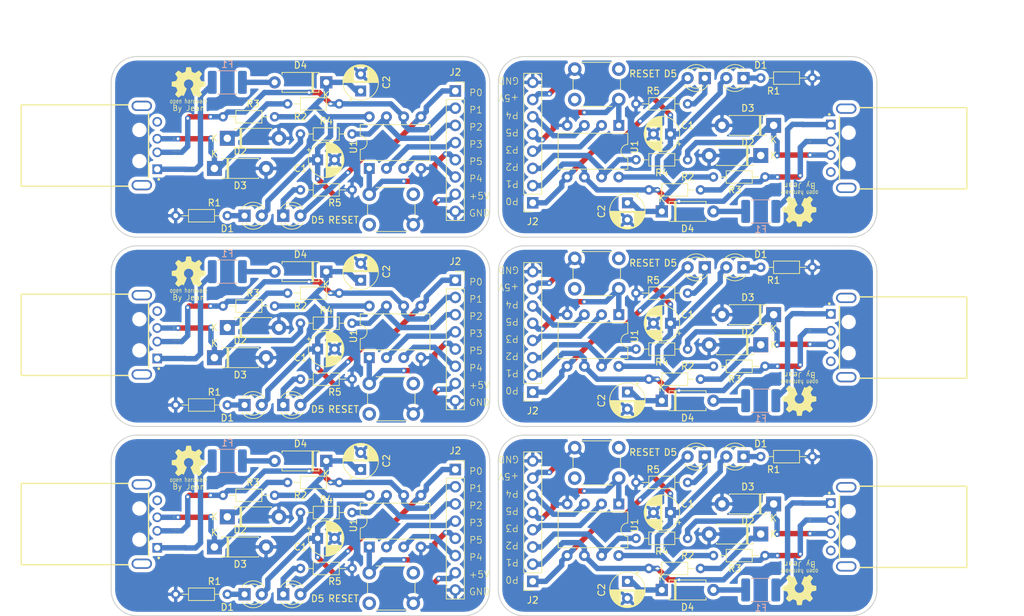
<source format=kicad_pcb>
(kicad_pcb (version 20171130) (host pcbnew "(5.1.5)-3")
  (layers (0 F.Cu signal) (31 B.Cu signal) (34 B.Paste user) (35 F.Paste user) (36 B.SilkS user) (37 F.SilkS user) (38 B.Mask user) (39 F.Mask user) (44 Edge.Cuts user))
  (net 0 "")
  (module Diode_THT:D_DO-41_SOD81_P7.62mm_Horizontal (layer F.Cu) (at 190.5 68.58 180)
    (fp_text reference D3 (at 3.81 2.54) (layer F.SilkS))
    (fp_text value BZT52)
    (fp_text user K (at 0 -2.1) (layer F.SilkS))
    (pad 2 thru_hole oval (at 7.62 0 180) (size 2.2 2.2) (drill 1.1) (layers *.Cu *.Mask))
    (pad 1 thru_hole rect (at 0 0 180) (size 2.2 2.2) (drill 1.1) (layers *.Cu *.Mask))
  )
  (module Diode_THT:D_A-405_P7.62mm_Horizontal (layer F.Cu) (at 173.99 81.28)
    (fp_text reference D4 (at 3.81 2.54 180) (layer F.SilkS))
    (fp_text value 1N4148)
    (fp_text user K (at 0 -1.9 180) (layer F.SilkS))
    (pad 2 thru_hole oval (at 7.62 0) (size 1.8 1.8) (drill 0.9) (layers *.Cu *.Mask))
    (pad 1 thru_hole rect (at 0 0) (size 1.8 1.8) (drill 0.9) (layers *.Cu *.Mask))
  )
  (module Fuse:Fuse_1812_4532Metric_Pad1.30x3.40mm_HandSolder (layer B.Cu) (at 188.595 81.28)
    (fp_text reference F1 (at 0 2.65 180) (layer B.SilkS) (effects (justify mirror)))
    (fp_text value 500mA)
    (pad 2 smd roundrect (at 2.225 0) (size 1.3 3.4) (layers B.Cu B.Paste B.Mask) (roundrect_rratio 0.192308))
    (pad 1 smd roundrect (at -2.225 0) (size 1.3 3.4) (layers B.Cu B.Paste B.Mask) (roundrect_rratio 0.192308))
  )
  (module Connector_PinSocket_2.54mm:PinSocket_1x08_P2.54mm_Vertical (layer F.Cu) (at 154.94 80.01 180)
    (fp_text reference J2 (at 0 -2.77) (layer F.SilkS))
    (fp_text value Cenectores)
    (pad 8 thru_hole oval (at 0 17.78 180) (size 1.7 1.7) (drill 1) (layers *.Cu *.Mask))
    (pad 7 thru_hole oval (at 0 15.24 180) (size 1.7 1.7) (drill 1) (layers *.Cu *.Mask))
    (pad 6 thru_hole oval (at 0 12.7 180) (size 1.7 1.7) (drill 1) (layers *.Cu *.Mask))
    (pad 5 thru_hole oval (at 0 10.16 180) (size 1.7 1.7) (drill 1) (layers *.Cu *.Mask))
    (pad 4 thru_hole oval (at 0 7.62 180) (size 1.7 1.7) (drill 1) (layers *.Cu *.Mask))
    (pad 3 thru_hole oval (at 0 5.08 180) (size 1.7 1.7) (drill 1) (layers *.Cu *.Mask))
    (pad 2 thru_hole oval (at 0 2.54 180) (size 1.7 1.7) (drill 1) (layers *.Cu *.Mask))
    (pad 1 thru_hole rect (at 0 0 180) (size 1.7 1.7) (drill 1) (layers *.Cu *.Mask))
  )
  (module Button_Switch_THT:SW_PUSH_6mm_H5mm (layer F.Cu) (at 167.64 64.77 180)
    (fp_text reference RESET (at -3.81 3.81) (layer F.SilkS))
    (fp_text value RESET)
    (pad 2 thru_hole circle (at 6.5 0 270) (size 2 2) (drill 1.1) (layers *.Cu *.Mask))
    (pad 4 thru_hole circle (at 6.5 4.5 270) (size 2 2) (drill 1.1) (layers *.Cu *.Mask))
    (pad 1 thru_hole circle (at 0 0 270) (size 2 2) (drill 1.1) (layers *.Cu *.Mask))
    (pad 3 thru_hole circle (at 0 4.5 270) (size 2 2) (drill 1.1) (layers *.Cu *.Mask))
  )
  (module Resistor_THT:R_Axial_DIN0204_L3.6mm_D1.6mm_P7.62mm_Horizontal (layer F.Cu) (at 181.61 76.2)
    (fp_text reference R3 (at 3.175 1.905 180) (layer F.SilkS))
    (fp_text value 2k2)
    (pad 2 thru_hole oval (at 7.62 0) (size 1.4 1.4) (drill 0.7) (layers *.Cu *.Mask))
    (pad 1 thru_hole circle (at 0 0) (size 1.4 1.4) (drill 0.7) (layers *.Cu *.Mask))
  )
  (module Resistor_THT:R_Axial_DIN0204_L3.6mm_D1.6mm_P7.62mm_Horizontal (layer F.Cu) (at 188.595 89.535)
    (fp_text reference R1 (at 1.905 1.905 180) (layer F.SilkS))
    (fp_text value 1k)
    (pad 1 thru_hole circle (at 0 0) (size 1.4 1.4) (drill 0.7) (layers *.Cu *.Mask))
    (pad 2 thru_hole oval (at 7.62 0) (size 1.4 1.4) (drill 0.7) (layers *.Cu *.Mask))
  )
  (module Resistor_THT:R_Axial_DIN0204_L3.6mm_D1.6mm_P7.62mm_Horizontal (layer F.Cu) (at 170.18 101.6)
    (fp_text reference R4 (at 3.81 1.905 180) (layer F.SilkS))
    (fp_text value 68)
    (pad 2 thru_hole oval (at 7.62 0) (size 1.4 1.4) (drill 0.7) (layers *.Cu *.Mask))
    (pad 1 thru_hole circle (at 0 0) (size 1.4 1.4) (drill 0.7) (layers *.Cu *.Mask))
  )
  (module Resistor_THT:R_Axial_DIN0204_L3.6mm_D1.6mm_P7.62mm_Horizontal (layer F.Cu) (at 188.595 61.595)
    (fp_text reference R1 (at 1.905 1.905 180) (layer F.SilkS))
    (fp_text value 1k)
    (pad 1 thru_hole circle (at 0 0) (size 1.4 1.4) (drill 0.7) (layers *.Cu *.Mask))
    (pad 2 thru_hole oval (at 7.62 0) (size 1.4 1.4) (drill 0.7) (layers *.Cu *.Mask))
  )
  (module Resistor_THT:R_Axial_DIN0204_L3.6mm_D1.6mm_P7.62mm_Horizontal (layer F.Cu) (at 170.18 73.66)
    (fp_text reference R4 (at 3.81 1.905 180) (layer F.SilkS))
    (fp_text value 68)
    (pad 2 thru_hole oval (at 7.62 0) (size 1.4 1.4) (drill 0.7) (layers *.Cu *.Mask))
    (pad 1 thru_hole circle (at 0 0) (size 1.4 1.4) (drill 0.7) (layers *.Cu *.Mask))
  )
  (module LED_THT:LED_D3.0mm (layer F.Cu) (at 180.34 61.595 180)
    (fp_text reference D5 (at 5.08 0.635) (layer F.SilkS))
    (fp_text value LED-BLUE)
    (pad 2 thru_hole circle (at 2.54 0 180) (size 1.8 1.8) (drill 0.9) (layers *.Cu *.Mask))
    (pad 1 thru_hole rect (at 0 0 180) (size 1.8 1.8) (drill 0.9) (layers *.Cu *.Mask))
  )
  (module Diode_THT:D_DO-41_SOD81_P7.62mm_Horizontal (layer F.Cu) (at 188.595 73.025 180)
    (fp_text reference D2 (at 1.905 1.905) (layer F.SilkS))
    (fp_text value BZT52 hide)
    (fp_text user K (at -1.905 0) (layer F.SilkS))
    (pad 1 thru_hole rect (at 0 0 180) (size 2.2 2.2) (drill 1.1) (layers *.Cu *.Mask))
    (pad 2 thru_hole oval (at 7.62 0 180) (size 2.2 2.2) (drill 1.1) (layers *.Cu *.Mask))
  )
  (module Resistor_THT:R_Axial_DIN0204_L3.6mm_D1.6mm_P7.62mm_Horizontal (layer F.Cu) (at 172.085 78.105)
    (fp_text reference R2 (at 5.715 -1.905 180) (layer F.SilkS))
    (fp_text value 68)
    (pad 1 thru_hole circle (at 0 0) (size 1.4 1.4) (drill 0.7) (layers *.Cu *.Mask))
    (pad 2 thru_hole oval (at 7.62 0) (size 1.4 1.4) (drill 0.7) (layers *.Cu *.Mask))
  )
  (module Capacitor_THT:CP_Radial_D5.0mm_P2.50mm (layer F.Cu) (at 175.26 69.85 180)
    (fp_text reference C1 (at -2.54 1.27) (layer F.SilkS))
    (fp_text value 100uF)
    (pad 1 thru_hole rect (at 0 0 180) (size 1.6 1.6) (drill 0.8) (layers *.Cu *.Mask))
    (pad 2 thru_hole circle (at 2.5 0 180) (size 1.6 1.6) (drill 0.8) (layers *.Cu *.Mask))
  )
  (module w_logo:Logo_silk_OSHW_6x6mm (layer F.Cu) (at 194.31 81.28 180)
    (fp_text reference G*** hide)
    (fp_text value LOGO hide)
  )
  (module Resistor_THT:R_Axial_DIN0204_L3.6mm_D1.6mm_P7.62mm_Horizontal (layer F.Cu) (at 177.8 65.405 180)
    (fp_text reference R5 (at 5.08 1.905) (layer F.SilkS))
    (fp_text value 1k)
    (pad 2 thru_hole oval (at 7.62 0 180) (size 1.4 1.4) (drill 0.7) (layers *.Cu *.Mask))
    (pad 1 thru_hole circle (at 0 0 180) (size 1.4 1.4) (drill 0.7) (layers *.Cu *.Mask))
  )
  (module Package_DIP:DIP-8_W7.62mm (layer F.Cu) (at 167.64 68.58 270)
    (fp_text reference U1 (at 3.175 -2.33 90) (layer F.SilkS))
    (fp_text value ATtiny85)
    (pad 8 thru_hole oval (at 7.62 0 270) (size 1.6 1.6) (drill 0.8) (layers *.Cu *.Mask))
    (pad 4 thru_hole oval (at 0 7.62 270) (size 1.6 1.6) (drill 0.8) (layers *.Cu *.Mask))
    (pad 7 thru_hole oval (at 7.62 2.54 270) (size 1.6 1.6) (drill 0.8) (layers *.Cu *.Mask))
    (pad 3 thru_hole oval (at 0 5.08 270) (size 1.6 1.6) (drill 0.8) (layers *.Cu *.Mask))
    (pad 6 thru_hole oval (at 7.62 5.08 270) (size 1.6 1.6) (drill 0.8) (layers *.Cu *.Mask))
    (pad 2 thru_hole oval (at 0 2.54 270) (size 1.6 1.6) (drill 0.8) (layers *.Cu *.Mask))
    (pad 5 thru_hole oval (at 7.62 7.62 270) (size 1.6 1.6) (drill 0.8) (layers *.Cu *.Mask))
    (pad 1 thru_hole rect (at 0 0 270) (size 1.6 1.6) (drill 0.8) (layers *.Cu *.Mask))
  )
  (module Connector_USB:USB-A-MALE (layer F.Cu) (at 208.8388 71.9582 90)
    (fp_text reference REF** (at 0 -12.7 90) (layer F.SilkS) (effects (font (thickness 0.015))))
    (fp_text value USB-A-MALE)
    (pad GND thru_hole circle (at -3.5 -9.9 90) (size 1.428 1.428) (drill 0.92) (layers *.Cu *.Mask))
    (pad 03 thru_hole circle (at -1 -9.9 90) (size 1.428 1.428) (drill 0.92) (layers *.Cu *.Mask))
    (pad 02 thru_hole circle (at 1 -9.9 90) (size 1.428 1.428) (drill 0.92) (layers *.Cu *.Mask))
    (pad 01 thru_hole rect (at 3.5 -9.9 90) (size 1.428 1.428) (drill 0.92) (layers *.Cu *.Mask))
    (pad GND thru_hole oval (at 5.85 -7.62 90) (size 1.508 3.016) (drill oval 1 2.5) (layers *.Cu *.Mask))
    (pad GND thru_hole oval (at -5.85 -7.62 90) (size 1.508 3.016) (drill oval 1 2.5) (layers *.Cu *.Mask))
    (pad None np_thru_hole circle (at 2.3 -7.27 90) (size 1.1 1.1) (drill 1.1) (layers *.Cu *.Mask))
    (pad None np_thru_hole circle (at -2.3 -7.27 90) (size 1.1 1.1) (drill 1.1) (layers *.Cu *.Mask))
  )
  (module Capacitor_THT:CP_Radial_D5.0mm_P2.50mm (layer F.Cu) (at 168.91 80.01 270)
    (fp_text reference C2 (at 1.27 3.81 90) (layer F.SilkS))
    (fp_text value 0.1uF)
    (pad 2 thru_hole circle (at 2.5 0 270) (size 1.6 1.6) (drill 0.8) (layers *.Cu *.Mask))
    (pad 1 thru_hole rect (at 0 0 270) (size 1.6 1.6) (drill 0.8) (layers *.Cu *.Mask))
  )
  (module LED_THT:LED_D3.0mm (layer F.Cu) (at 186.055 61.595 180)
    (fp_text reference D1 (at -2.54 1.905) (layer F.SilkS))
    (fp_text value LED-RED)
    (pad 1 thru_hole rect (at 0 0 180) (size 1.8 1.8) (drill 0.9) (layers *.Cu *.Mask))
    (pad 2 thru_hole circle (at 2.54 0 180) (size 1.8 1.8) (drill 0.9) (layers *.Cu *.Mask))
  )
  (module LED_THT:LED_D3.0mm (layer F.Cu) (at 180.34 89.535 180)
    (fp_text reference D5 (at 5.08 0.635) (layer F.SilkS))
    (fp_text value LED-BLUE)
    (pad 2 thru_hole circle (at 2.54 0 180) (size 1.8 1.8) (drill 0.9) (layers *.Cu *.Mask))
    (pad 1 thru_hole rect (at 0 0 180) (size 1.8 1.8) (drill 0.9) (layers *.Cu *.Mask))
  )
  (module Diode_THT:D_DO-41_SOD81_P7.62mm_Horizontal (layer F.Cu) (at 188.595 100.965 180)
    (fp_text reference D2 (at 1.905 1.905) (layer F.SilkS))
    (fp_text value BZT52 hide)
    (fp_text user K (at -1.905 0) (layer F.SilkS))
    (pad 1 thru_hole rect (at 0 0 180) (size 2.2 2.2) (drill 1.1) (layers *.Cu *.Mask))
    (pad 2 thru_hole oval (at 7.62 0 180) (size 2.2 2.2) (drill 1.1) (layers *.Cu *.Mask))
  )
  (module Resistor_THT:R_Axial_DIN0204_L3.6mm_D1.6mm_P7.62mm_Horizontal (layer F.Cu) (at 172.085 106.045)
    (fp_text reference R2 (at 5.715 -1.905 180) (layer F.SilkS))
    (fp_text value 68)
    (pad 1 thru_hole circle (at 0 0) (size 1.4 1.4) (drill 0.7) (layers *.Cu *.Mask))
    (pad 2 thru_hole oval (at 7.62 0) (size 1.4 1.4) (drill 0.7) (layers *.Cu *.Mask))
  )
  (module Capacitor_THT:CP_Radial_D5.0mm_P2.50mm (layer F.Cu) (at 175.26 97.79 180)
    (fp_text reference C1 (at -2.54 1.27) (layer F.SilkS))
    (fp_text value 100uF)
    (pad 1 thru_hole rect (at 0 0 180) (size 1.6 1.6) (drill 0.8) (layers *.Cu *.Mask))
    (pad 2 thru_hole circle (at 2.5 0 180) (size 1.6 1.6) (drill 0.8) (layers *.Cu *.Mask))
  )
  (module w_logo:Logo_silk_OSHW_6x6mm (layer F.Cu) (at 194.31 109.22 180)
    (fp_text reference G*** hide)
    (fp_text value LOGO hide)
  )
  (module Resistor_THT:R_Axial_DIN0204_L3.6mm_D1.6mm_P7.62mm_Horizontal (layer F.Cu) (at 177.8 93.345 180)
    (fp_text reference R5 (at 5.08 1.905) (layer F.SilkS))
    (fp_text value 1k)
    (pad 2 thru_hole oval (at 7.62 0 180) (size 1.4 1.4) (drill 0.7) (layers *.Cu *.Mask))
    (pad 1 thru_hole circle (at 0 0 180) (size 1.4 1.4) (drill 0.7) (layers *.Cu *.Mask))
  )
  (module Package_DIP:DIP-8_W7.62mm (layer F.Cu) (at 167.64 96.52 270)
    (fp_text reference U1 (at 3.175 -2.33 90) (layer F.SilkS))
    (fp_text value ATtiny85)
    (pad 8 thru_hole oval (at 7.62 0 270) (size 1.6 1.6) (drill 0.8) (layers *.Cu *.Mask))
    (pad 4 thru_hole oval (at 0 7.62 270) (size 1.6 1.6) (drill 0.8) (layers *.Cu *.Mask))
    (pad 7 thru_hole oval (at 7.62 2.54 270) (size 1.6 1.6) (drill 0.8) (layers *.Cu *.Mask))
    (pad 3 thru_hole oval (at 0 5.08 270) (size 1.6 1.6) (drill 0.8) (layers *.Cu *.Mask))
    (pad 6 thru_hole oval (at 7.62 5.08 270) (size 1.6 1.6) (drill 0.8) (layers *.Cu *.Mask))
    (pad 2 thru_hole oval (at 0 2.54 270) (size 1.6 1.6) (drill 0.8) (layers *.Cu *.Mask))
    (pad 5 thru_hole oval (at 7.62 7.62 270) (size 1.6 1.6) (drill 0.8) (layers *.Cu *.Mask))
    (pad 1 thru_hole rect (at 0 0 270) (size 1.6 1.6) (drill 0.8) (layers *.Cu *.Mask))
  )
  (module Connector_USB:USB-A-MALE (layer F.Cu) (at 208.8388 99.8982 90)
    (fp_text reference REF** (at 0 -12.7 90) (layer F.SilkS) (effects (font (thickness 0.015))))
    (fp_text value USB-A-MALE)
    (pad GND thru_hole circle (at -3.5 -9.9 90) (size 1.428 1.428) (drill 0.92) (layers *.Cu *.Mask))
    (pad 03 thru_hole circle (at -1 -9.9 90) (size 1.428 1.428) (drill 0.92) (layers *.Cu *.Mask))
    (pad 02 thru_hole circle (at 1 -9.9 90) (size 1.428 1.428) (drill 0.92) (layers *.Cu *.Mask))
    (pad 01 thru_hole rect (at 3.5 -9.9 90) (size 1.428 1.428) (drill 0.92) (layers *.Cu *.Mask))
    (pad GND thru_hole oval (at 5.85 -7.62 90) (size 1.508 3.016) (drill oval 1 2.5) (layers *.Cu *.Mask))
    (pad GND thru_hole oval (at -5.85 -7.62 90) (size 1.508 3.016) (drill oval 1 2.5) (layers *.Cu *.Mask))
    (pad None np_thru_hole circle (at 2.3 -7.27 90) (size 1.1 1.1) (drill 1.1) (layers *.Cu *.Mask))
    (pad None np_thru_hole circle (at -2.3 -7.27 90) (size 1.1 1.1) (drill 1.1) (layers *.Cu *.Mask))
  )
  (module Capacitor_THT:CP_Radial_D5.0mm_P2.50mm (layer F.Cu) (at 168.91 107.95 270)
    (fp_text reference C2 (at 1.27 3.81 90) (layer F.SilkS))
    (fp_text value 0.1uF)
    (pad 2 thru_hole circle (at 2.5 0 270) (size 1.6 1.6) (drill 0.8) (layers *.Cu *.Mask))
    (pad 1 thru_hole rect (at 0 0 270) (size 1.6 1.6) (drill 0.8) (layers *.Cu *.Mask))
  )
  (module LED_THT:LED_D3.0mm (layer F.Cu) (at 186.055 89.535 180)
    (fp_text reference D1 (at -2.54 1.905) (layer F.SilkS))
    (fp_text value LED-RED)
    (pad 1 thru_hole rect (at 0 0 180) (size 1.8 1.8) (drill 0.9) (layers *.Cu *.Mask))
    (pad 2 thru_hole circle (at 2.54 0 180) (size 1.8 1.8) (drill 0.9) (layers *.Cu *.Mask))
  )
  (module Diode_THT:D_DO-41_SOD81_P7.62mm_Horizontal (layer F.Cu) (at 190.5 96.52 180)
    (fp_text reference D3 (at 3.81 2.54) (layer F.SilkS))
    (fp_text value BZT52)
    (fp_text user K (at 0 -2.1) (layer F.SilkS))
    (pad 2 thru_hole oval (at 7.62 0 180) (size 2.2 2.2) (drill 1.1) (layers *.Cu *.Mask))
    (pad 1 thru_hole rect (at 0 0 180) (size 2.2 2.2) (drill 1.1) (layers *.Cu *.Mask))
  )
  (module Diode_THT:D_A-405_P7.62mm_Horizontal (layer F.Cu) (at 173.99 109.22)
    (fp_text reference D4 (at 3.81 2.54 180) (layer F.SilkS))
    (fp_text value 1N4148)
    (fp_text user K (at 0 -1.9 180) (layer F.SilkS))
    (pad 2 thru_hole oval (at 7.62 0) (size 1.8 1.8) (drill 0.9) (layers *.Cu *.Mask))
    (pad 1 thru_hole rect (at 0 0) (size 1.8 1.8) (drill 0.9) (layers *.Cu *.Mask))
  )
  (module Fuse:Fuse_1812_4532Metric_Pad1.30x3.40mm_HandSolder (layer B.Cu) (at 188.595 109.22)
    (fp_text reference F1 (at 0 2.65 180) (layer B.SilkS) (effects (justify mirror)))
    (fp_text value 500mA)
    (pad 2 smd roundrect (at 2.225 0) (size 1.3 3.4) (layers B.Cu B.Paste B.Mask) (roundrect_rratio 0.192308))
    (pad 1 smd roundrect (at -2.225 0) (size 1.3 3.4) (layers B.Cu B.Paste B.Mask) (roundrect_rratio 0.192308))
  )
  (module Connector_PinSocket_2.54mm:PinSocket_1x08_P2.54mm_Vertical (layer F.Cu) (at 154.94 107.95 180)
    (fp_text reference J2 (at 0 -2.77) (layer F.SilkS))
    (fp_text value Cenectores)
    (pad 8 thru_hole oval (at 0 17.78 180) (size 1.7 1.7) (drill 1) (layers *.Cu *.Mask))
    (pad 7 thru_hole oval (at 0 15.24 180) (size 1.7 1.7) (drill 1) (layers *.Cu *.Mask))
    (pad 6 thru_hole oval (at 0 12.7 180) (size 1.7 1.7) (drill 1) (layers *.Cu *.Mask))
    (pad 5 thru_hole oval (at 0 10.16 180) (size 1.7 1.7) (drill 1) (layers *.Cu *.Mask))
    (pad 4 thru_hole oval (at 0 7.62 180) (size 1.7 1.7) (drill 1) (layers *.Cu *.Mask))
    (pad 3 thru_hole oval (at 0 5.08 180) (size 1.7 1.7) (drill 1) (layers *.Cu *.Mask))
    (pad 2 thru_hole oval (at 0 2.54 180) (size 1.7 1.7) (drill 1) (layers *.Cu *.Mask))
    (pad 1 thru_hole rect (at 0 0 180) (size 1.7 1.7) (drill 1) (layers *.Cu *.Mask))
  )
  (module Resistor_THT:R_Axial_DIN0204_L3.6mm_D1.6mm_P7.62mm_Horizontal (layer F.Cu) (at 181.61 104.14)
    (fp_text reference R3 (at 3.175 1.905 180) (layer F.SilkS))
    (fp_text value 2k2)
    (pad 2 thru_hole oval (at 7.62 0) (size 1.4 1.4) (drill 0.7) (layers *.Cu *.Mask))
    (pad 1 thru_hole circle (at 0 0) (size 1.4 1.4) (drill 0.7) (layers *.Cu *.Mask))
  )
  (module Button_Switch_THT:SW_PUSH_6mm_H5mm (layer F.Cu) (at 167.64 92.71 180)
    (fp_text reference RESET (at -3.81 3.81) (layer F.SilkS))
    (fp_text value RESET)
    (pad 2 thru_hole circle (at 6.5 0 270) (size 2 2) (drill 1.1) (layers *.Cu *.Mask))
    (pad 4 thru_hole circle (at 6.5 4.5 270) (size 2 2) (drill 1.1) (layers *.Cu *.Mask))
    (pad 1 thru_hole circle (at 0 0 270) (size 2 2) (drill 1.1) (layers *.Cu *.Mask))
    (pad 3 thru_hole circle (at 0 4.5 270) (size 2 2) (drill 1.1) (layers *.Cu *.Mask))
  )
  (module Resistor_THT:R_Axial_DIN0204_L3.6mm_D1.6mm_P7.62mm_Horizontal (layer F.Cu) (at 188.595 117.475)
    (fp_text reference R1 (at 1.905 1.905 180) (layer F.SilkS))
    (fp_text value 1k)
    (pad 2 thru_hole oval (at 7.62 0) (size 1.4 1.4) (drill 0.7) (layers *.Cu *.Mask))
    (pad 1 thru_hole circle (at 0 0) (size 1.4 1.4) (drill 0.7) (layers *.Cu *.Mask))
  )
  (module Resistor_THT:R_Axial_DIN0204_L3.6mm_D1.6mm_P7.62mm_Horizontal (layer F.Cu) (at 170.18 129.54)
    (fp_text reference R4 (at 3.81 1.905 180) (layer F.SilkS))
    (fp_text value 68)
    (pad 1 thru_hole circle (at 0 0) (size 1.4 1.4) (drill 0.7) (layers *.Cu *.Mask))
    (pad 2 thru_hole oval (at 7.62 0) (size 1.4 1.4) (drill 0.7) (layers *.Cu *.Mask))
  )
  (module LED_THT:LED_D3.0mm (layer F.Cu) (at 180.34 117.475 180)
    (fp_text reference D5 (at 5.08 0.635) (layer F.SilkS))
    (fp_text value LED-BLUE)
    (pad 1 thru_hole rect (at 0 0 180) (size 1.8 1.8) (drill 0.9) (layers *.Cu *.Mask))
    (pad 2 thru_hole circle (at 2.54 0 180) (size 1.8 1.8) (drill 0.9) (layers *.Cu *.Mask))
  )
  (module Diode_THT:D_DO-41_SOD81_P7.62mm_Horizontal (layer F.Cu) (at 188.595 128.905 180)
    (fp_text reference D2 (at 1.905 1.905) (layer F.SilkS))
    (fp_text value BZT52 hide)
    (fp_text user K (at -1.905 0) (layer F.SilkS))
    (pad 2 thru_hole oval (at 7.62 0 180) (size 2.2 2.2) (drill 1.1) (layers *.Cu *.Mask))
    (pad 1 thru_hole rect (at 0 0 180) (size 2.2 2.2) (drill 1.1) (layers *.Cu *.Mask))
  )
  (module Resistor_THT:R_Axial_DIN0204_L3.6mm_D1.6mm_P7.62mm_Horizontal (layer F.Cu) (at 172.085 133.985)
    (fp_text reference R2 (at 5.715 -1.905 180) (layer F.SilkS))
    (fp_text value 68)
    (pad 2 thru_hole oval (at 7.62 0) (size 1.4 1.4) (drill 0.7) (layers *.Cu *.Mask))
    (pad 1 thru_hole circle (at 0 0) (size 1.4 1.4) (drill 0.7) (layers *.Cu *.Mask))
  )
  (module Capacitor_THT:CP_Radial_D5.0mm_P2.50mm (layer F.Cu) (at 175.26 125.73 180)
    (fp_text reference C1 (at -2.54 1.27) (layer F.SilkS))
    (fp_text value 100uF)
    (pad 2 thru_hole circle (at 2.5 0 180) (size 1.6 1.6) (drill 0.8) (layers *.Cu *.Mask))
    (pad 1 thru_hole rect (at 0 0 180) (size 1.6 1.6) (drill 0.8) (layers *.Cu *.Mask))
  )
  (module w_logo:Logo_silk_OSHW_6x6mm (layer F.Cu) (at 194.31 137.16 180)
    (fp_text reference G*** hide)
    (fp_text value LOGO hide)
  )
  (module Resistor_THT:R_Axial_DIN0204_L3.6mm_D1.6mm_P7.62mm_Horizontal (layer F.Cu) (at 177.8 121.285 180)
    (fp_text reference R5 (at 5.08 1.905) (layer F.SilkS))
    (fp_text value 1k)
    (pad 1 thru_hole circle (at 0 0 180) (size 1.4 1.4) (drill 0.7) (layers *.Cu *.Mask))
    (pad 2 thru_hole oval (at 7.62 0 180) (size 1.4 1.4) (drill 0.7) (layers *.Cu *.Mask))
  )
  (module Package_DIP:DIP-8_W7.62mm (layer F.Cu) (at 167.64 124.46 270)
    (fp_text reference U1 (at 3.175 -2.33 90) (layer F.SilkS))
    (fp_text value ATtiny85)
    (pad 1 thru_hole rect (at 0 0 270) (size 1.6 1.6) (drill 0.8) (layers *.Cu *.Mask))
    (pad 5 thru_hole oval (at 7.62 7.62 270) (size 1.6 1.6) (drill 0.8) (layers *.Cu *.Mask))
    (pad 2 thru_hole oval (at 0 2.54 270) (size 1.6 1.6) (drill 0.8) (layers *.Cu *.Mask))
    (pad 6 thru_hole oval (at 7.62 5.08 270) (size 1.6 1.6) (drill 0.8) (layers *.Cu *.Mask))
    (pad 3 thru_hole oval (at 0 5.08 270) (size 1.6 1.6) (drill 0.8) (layers *.Cu *.Mask))
    (pad 7 thru_hole oval (at 7.62 2.54 270) (size 1.6 1.6) (drill 0.8) (layers *.Cu *.Mask))
    (pad 4 thru_hole oval (at 0 7.62 270) (size 1.6 1.6) (drill 0.8) (layers *.Cu *.Mask))
    (pad 8 thru_hole oval (at 7.62 0 270) (size 1.6 1.6) (drill 0.8) (layers *.Cu *.Mask))
  )
  (module Connector_USB:USB-A-MALE (layer F.Cu) (at 208.8388 127.8382 90)
    (fp_text reference REF** (at 0 -12.7 90) (layer F.SilkS) (effects (font (thickness 0.015))))
    (fp_text value USB-A-MALE)
    (pad None np_thru_hole circle (at -2.3 -7.27 90) (size 1.1 1.1) (drill 1.1) (layers *.Cu *.Mask))
    (pad None np_thru_hole circle (at 2.3 -7.27 90) (size 1.1 1.1) (drill 1.1) (layers *.Cu *.Mask))
    (pad GND thru_hole oval (at -5.85 -7.62 90) (size 1.508 3.016) (drill oval 1 2.5) (layers *.Cu *.Mask))
    (pad GND thru_hole oval (at 5.85 -7.62 90) (size 1.508 3.016) (drill oval 1 2.5) (layers *.Cu *.Mask))
    (pad 01 thru_hole rect (at 3.5 -9.9 90) (size 1.428 1.428) (drill 0.92) (layers *.Cu *.Mask))
    (pad 02 thru_hole circle (at 1 -9.9 90) (size 1.428 1.428) (drill 0.92) (layers *.Cu *.Mask))
    (pad 03 thru_hole circle (at -1 -9.9 90) (size 1.428 1.428) (drill 0.92) (layers *.Cu *.Mask))
    (pad GND thru_hole circle (at -3.5 -9.9 90) (size 1.428 1.428) (drill 0.92) (layers *.Cu *.Mask))
  )
  (module Capacitor_THT:CP_Radial_D5.0mm_P2.50mm (layer F.Cu) (at 168.91 135.89 270)
    (fp_text reference C2 (at 1.27 3.81 90) (layer F.SilkS))
    (fp_text value 0.1uF)
    (pad 1 thru_hole rect (at 0 0 270) (size 1.6 1.6) (drill 0.8) (layers *.Cu *.Mask))
    (pad 2 thru_hole circle (at 2.5 0 270) (size 1.6 1.6) (drill 0.8) (layers *.Cu *.Mask))
  )
  (module LED_THT:LED_D3.0mm (layer F.Cu) (at 186.055 117.475 180)
    (fp_text reference D1 (at -2.54 1.905) (layer F.SilkS))
    (fp_text value LED-RED)
    (pad 2 thru_hole circle (at 2.54 0 180) (size 1.8 1.8) (drill 0.9) (layers *.Cu *.Mask))
    (pad 1 thru_hole rect (at 0 0 180) (size 1.8 1.8) (drill 0.9) (layers *.Cu *.Mask))
  )
  (module Diode_THT:D_DO-41_SOD81_P7.62mm_Horizontal (layer F.Cu) (at 190.5 124.46 180)
    (fp_text reference D3 (at 3.81 2.54) (layer F.SilkS))
    (fp_text value BZT52)
    (fp_text user K (at 0 -2.1) (layer F.SilkS))
    (pad 1 thru_hole rect (at 0 0 180) (size 2.2 2.2) (drill 1.1) (layers *.Cu *.Mask))
    (pad 2 thru_hole oval (at 7.62 0 180) (size 2.2 2.2) (drill 1.1) (layers *.Cu *.Mask))
  )
  (module Diode_THT:D_A-405_P7.62mm_Horizontal (layer F.Cu) (at 173.99 137.16)
    (fp_text reference D4 (at 3.81 2.54 180) (layer F.SilkS))
    (fp_text value 1N4148)
    (fp_text user K (at 0 -1.9 180) (layer F.SilkS))
    (pad 1 thru_hole rect (at 0 0) (size 1.8 1.8) (drill 0.9) (layers *.Cu *.Mask))
    (pad 2 thru_hole oval (at 7.62 0) (size 1.8 1.8) (drill 0.9) (layers *.Cu *.Mask))
  )
  (module Fuse:Fuse_1812_4532Metric_Pad1.30x3.40mm_HandSolder (layer B.Cu) (at 188.595 137.16)
    (fp_text reference F1 (at 0 2.65 180) (layer B.SilkS) (effects (justify mirror)))
    (fp_text value 500mA)
    (pad 1 smd roundrect (at -2.225 0) (size 1.3 3.4) (layers B.Cu B.Paste B.Mask) (roundrect_rratio 0.192308))
    (pad 2 smd roundrect (at 2.225 0) (size 1.3 3.4) (layers B.Cu B.Paste B.Mask) (roundrect_rratio 0.192308))
  )
  (module Connector_PinSocket_2.54mm:PinSocket_1x08_P2.54mm_Vertical (layer F.Cu) (at 154.94 135.89 180)
    (fp_text reference J2 (at 0 -2.77) (layer F.SilkS))
    (fp_text value Cenectores)
    (pad 1 thru_hole rect (at 0 0 180) (size 1.7 1.7) (drill 1) (layers *.Cu *.Mask))
    (pad 2 thru_hole oval (at 0 2.54 180) (size 1.7 1.7) (drill 1) (layers *.Cu *.Mask))
    (pad 3 thru_hole oval (at 0 5.08 180) (size 1.7 1.7) (drill 1) (layers *.Cu *.Mask))
    (pad 4 thru_hole oval (at 0 7.62 180) (size 1.7 1.7) (drill 1) (layers *.Cu *.Mask))
    (pad 5 thru_hole oval (at 0 10.16 180) (size 1.7 1.7) (drill 1) (layers *.Cu *.Mask))
    (pad 6 thru_hole oval (at 0 12.7 180) (size 1.7 1.7) (drill 1) (layers *.Cu *.Mask))
    (pad 7 thru_hole oval (at 0 15.24 180) (size 1.7 1.7) (drill 1) (layers *.Cu *.Mask))
    (pad 8 thru_hole oval (at 0 17.78 180) (size 1.7 1.7) (drill 1) (layers *.Cu *.Mask))
  )
  (module Button_Switch_THT:SW_PUSH_6mm_H5mm (layer F.Cu) (at 167.64 120.65 180)
    (fp_text reference RESET (at -3.81 3.81) (layer F.SilkS))
    (fp_text value RESET)
    (pad 3 thru_hole circle (at 0 4.5 270) (size 2 2) (drill 1.1) (layers *.Cu *.Mask))
    (pad 1 thru_hole circle (at 0 0 270) (size 2 2) (drill 1.1) (layers *.Cu *.Mask))
    (pad 4 thru_hole circle (at 6.5 4.5 270) (size 2 2) (drill 1.1) (layers *.Cu *.Mask))
    (pad 2 thru_hole circle (at 6.5 0 270) (size 2 2) (drill 1.1) (layers *.Cu *.Mask))
  )
  (module Resistor_THT:R_Axial_DIN0204_L3.6mm_D1.6mm_P7.62mm_Horizontal (layer F.Cu) (at 181.61 132.08)
    (fp_text reference R3 (at 3.175 1.905 180) (layer F.SilkS))
    (fp_text value 2k2)
    (pad 1 thru_hole circle (at 0 0) (size 1.4 1.4) (drill 0.7) (layers *.Cu *.Mask))
    (pad 2 thru_hole oval (at 7.62 0) (size 1.4 1.4) (drill 0.7) (layers *.Cu *.Mask))
  )
  (module Resistor_THT:R_Axial_DIN0204_L3.6mm_D1.6mm_P7.62mm_Horizontal (layer F.Cu) (at 109.855 137.795 180)
    (fp_text reference R1 (at 1.905 1.905 180) (layer F.SilkS))
    (fp_text value 1k)
    (pad 2 thru_hole oval (at 7.62 0 180) (size 1.4 1.4) (drill 0.7) (layers *.Cu *.Mask))
    (pad 1 thru_hole circle (at 0 0 180) (size 1.4 1.4) (drill 0.7) (layers *.Cu *.Mask))
  )
  (module Resistor_THT:R_Axial_DIN0204_L3.6mm_D1.6mm_P7.62mm_Horizontal (layer F.Cu) (at 128.27 125.73 180)
    (fp_text reference R4 (at 3.81 1.905 180) (layer F.SilkS))
    (fp_text value 68)
    (pad 1 thru_hole circle (at 0 0 180) (size 1.4 1.4) (drill 0.7) (layers *.Cu *.Mask))
    (pad 2 thru_hole oval (at 7.62 0 180) (size 1.4 1.4) (drill 0.7) (layers *.Cu *.Mask))
  )
  (module LED_THT:LED_D3.0mm (layer F.Cu) (at 118.11 137.795)
    (fp_text reference D5 (at 5.08 0.635) (layer F.SilkS))
    (fp_text value LED-BLUE)
    (pad 1 thru_hole rect (at 0 0) (size 1.8 1.8) (drill 0.9) (layers *.Cu *.Mask))
    (pad 2 thru_hole circle (at 2.54 0) (size 1.8 1.8) (drill 0.9) (layers *.Cu *.Mask))
  )
  (module Diode_THT:D_DO-41_SOD81_P7.62mm_Horizontal (layer F.Cu) (at 109.855 126.365)
    (fp_text reference D2 (at 1.905 1.905) (layer F.SilkS))
    (fp_text value BZT52 hide)
    (fp_text user K (at -1.905 0) (layer F.SilkS))
    (pad 2 thru_hole oval (at 7.62 0) (size 2.2 2.2) (drill 1.1) (layers *.Cu *.Mask))
    (pad 1 thru_hole rect (at 0 0) (size 2.2 2.2) (drill 1.1) (layers *.Cu *.Mask))
  )
  (module Resistor_THT:R_Axial_DIN0204_L3.6mm_D1.6mm_P7.62mm_Horizontal (layer F.Cu) (at 126.365 121.285 180)
    (fp_text reference R2 (at 5.715 -1.905 180) (layer F.SilkS))
    (fp_text value 68)
    (pad 2 thru_hole oval (at 7.62 0 180) (size 1.4 1.4) (drill 0.7) (layers *.Cu *.Mask))
    (pad 1 thru_hole circle (at 0 0 180) (size 1.4 1.4) (drill 0.7) (layers *.Cu *.Mask))
  )
  (module Capacitor_THT:CP_Radial_D5.0mm_P2.50mm (layer F.Cu) (at 123.19 129.54)
    (fp_text reference C1 (at -2.54 1.27) (layer F.SilkS))
    (fp_text value 100uF)
    (pad 2 thru_hole circle (at 2.5 0) (size 1.6 1.6) (drill 0.8) (layers *.Cu *.Mask))
    (pad 1 thru_hole rect (at 0 0) (size 1.6 1.6) (drill 0.8) (layers *.Cu *.Mask))
  )
  (module w_logo:Logo_silk_OSHW_6x6mm (layer F.Cu) (at 104.14 118.11)
    (fp_text reference G*** hide)
    (fp_text value LOGO hide)
  )
  (module Resistor_THT:R_Axial_DIN0204_L3.6mm_D1.6mm_P7.62mm_Horizontal (layer F.Cu) (at 120.65 133.985)
    (fp_text reference R5 (at 5.08 1.905) (layer F.SilkS))
    (fp_text value 1k)
    (pad 1 thru_hole circle (at 0 0) (size 1.4 1.4) (drill 0.7) (layers *.Cu *.Mask))
    (pad 2 thru_hole oval (at 7.62 0) (size 1.4 1.4) (drill 0.7) (layers *.Cu *.Mask))
  )
  (module Package_DIP:DIP-8_W7.62mm (layer F.Cu) (at 130.81 130.81 90)
    (fp_text reference U1 (at 3.175 -2.33 90) (layer F.SilkS))
    (fp_text value ATtiny85)
    (pad 1 thru_hole rect (at 0 0 90) (size 1.6 1.6) (drill 0.8) (layers *.Cu *.Mask))
    (pad 5 thru_hole oval (at 7.62 7.62 90) (size 1.6 1.6) (drill 0.8) (layers *.Cu *.Mask))
    (pad 2 thru_hole oval (at 0 2.54 90) (size 1.6 1.6) (drill 0.8) (layers *.Cu *.Mask))
    (pad 6 thru_hole oval (at 7.62 5.08 90) (size 1.6 1.6) (drill 0.8) (layers *.Cu *.Mask))
    (pad 3 thru_hole oval (at 0 5.08 90) (size 1.6 1.6) (drill 0.8) (layers *.Cu *.Mask))
    (pad 7 thru_hole oval (at 7.62 2.54 90) (size 1.6 1.6) (drill 0.8) (layers *.Cu *.Mask))
    (pad 4 thru_hole oval (at 0 7.62 90) (size 1.6 1.6) (drill 0.8) (layers *.Cu *.Mask))
    (pad 8 thru_hole oval (at 7.62 0 90) (size 1.6 1.6) (drill 0.8) (layers *.Cu *.Mask))
  )
  (module Connector_USB:USB-A-MALE (layer F.Cu) (at 89.6112 127.4318 270)
    (fp_text reference REF** (at 0 -12.7 90) (layer F.SilkS) (effects (font (thickness 0.015))))
    (fp_text value USB-A-MALE)
    (pad None np_thru_hole circle (at -2.3 -7.27 270) (size 1.1 1.1) (drill 1.1) (layers *.Cu *.Mask))
    (pad None np_thru_hole circle (at 2.3 -7.27 270) (size 1.1 1.1) (drill 1.1) (layers *.Cu *.Mask))
    (pad GND thru_hole oval (at -5.85 -7.62 270) (size 1.508 3.016) (drill oval 1 2.5) (layers *.Cu *.Mask))
    (pad GND thru_hole oval (at 5.85 -7.62 270) (size 1.508 3.016) (drill oval 1 2.5) (layers *.Cu *.Mask))
    (pad 01 thru_hole rect (at 3.5 -9.9 270) (size 1.428 1.428) (drill 0.92) (layers *.Cu *.Mask))
    (pad 02 thru_hole circle (at 1 -9.9 270) (size 1.428 1.428) (drill 0.92) (layers *.Cu *.Mask))
    (pad 03 thru_hole circle (at -1 -9.9 270) (size 1.428 1.428) (drill 0.92) (layers *.Cu *.Mask))
    (pad GND thru_hole circle (at -3.5 -9.9 270) (size 1.428 1.428) (drill 0.92) (layers *.Cu *.Mask))
  )
  (module Capacitor_THT:CP_Radial_D5.0mm_P2.50mm (layer F.Cu) (at 129.54 119.38 90)
    (fp_text reference C2 (at 1.27 3.81 90) (layer F.SilkS))
    (fp_text value 0.1uF)
    (pad 1 thru_hole rect (at 0 0 90) (size 1.6 1.6) (drill 0.8) (layers *.Cu *.Mask))
    (pad 2 thru_hole circle (at 2.5 0 90) (size 1.6 1.6) (drill 0.8) (layers *.Cu *.Mask))
  )
  (module LED_THT:LED_D3.0mm (layer F.Cu) (at 112.395 137.795)
    (fp_text reference D1 (at -2.54 1.905) (layer F.SilkS))
    (fp_text value LED-RED)
    (pad 2 thru_hole circle (at 2.54 0) (size 1.8 1.8) (drill 0.9) (layers *.Cu *.Mask))
    (pad 1 thru_hole rect (at 0 0) (size 1.8 1.8) (drill 0.9) (layers *.Cu *.Mask))
  )
  (module Diode_THT:D_DO-41_SOD81_P7.62mm_Horizontal (layer F.Cu) (at 107.95 130.81)
    (fp_text reference D3 (at 3.81 2.54) (layer F.SilkS))
    (fp_text value BZT52)
    (fp_text user K (at 0 -2.1) (layer F.SilkS))
    (pad 1 thru_hole rect (at 0 0) (size 2.2 2.2) (drill 1.1) (layers *.Cu *.Mask))
    (pad 2 thru_hole oval (at 7.62 0) (size 2.2 2.2) (drill 1.1) (layers *.Cu *.Mask))
  )
  (module Diode_THT:D_A-405_P7.62mm_Horizontal (layer F.Cu) (at 124.46 118.11 180)
    (fp_text reference D4 (at 3.81 2.54 180) (layer F.SilkS))
    (fp_text value 1N4148)
    (fp_text user K (at 0 -1.9 180) (layer F.SilkS))
    (pad 1 thru_hole rect (at 0 0 180) (size 1.8 1.8) (drill 0.9) (layers *.Cu *.Mask))
    (pad 2 thru_hole oval (at 7.62 0 180) (size 1.8 1.8) (drill 0.9) (layers *.Cu *.Mask))
  )
  (module Fuse:Fuse_1812_4532Metric_Pad1.30x3.40mm_HandSolder (layer B.Cu) (at 109.855 118.11 180)
    (fp_text reference F1 (at 0 2.65 180) (layer B.SilkS) (effects (justify mirror)))
    (fp_text value 500mA)
    (pad 1 smd roundrect (at -2.225 0 180) (size 1.3 3.4) (layers B.Cu B.Paste B.Mask) (roundrect_rratio 0.192308))
    (pad 2 smd roundrect (at 2.225 0 180) (size 1.3 3.4) (layers B.Cu B.Paste B.Mask) (roundrect_rratio 0.192308))
  )
  (module Connector_PinSocket_2.54mm:PinSocket_1x08_P2.54mm_Vertical (layer F.Cu) (at 143.51 119.38)
    (fp_text reference J2 (at 0 -2.77) (layer F.SilkS))
    (fp_text value Cenectores)
    (pad 1 thru_hole rect (at 0 0) (size 1.7 1.7) (drill 1) (layers *.Cu *.Mask))
    (pad 2 thru_hole oval (at 0 2.54) (size 1.7 1.7) (drill 1) (layers *.Cu *.Mask))
    (pad 3 thru_hole oval (at 0 5.08) (size 1.7 1.7) (drill 1) (layers *.Cu *.Mask))
    (pad 4 thru_hole oval (at 0 7.62) (size 1.7 1.7) (drill 1) (layers *.Cu *.Mask))
    (pad 5 thru_hole oval (at 0 10.16) (size 1.7 1.7) (drill 1) (layers *.Cu *.Mask))
    (pad 6 thru_hole oval (at 0 12.7) (size 1.7 1.7) (drill 1) (layers *.Cu *.Mask))
    (pad 7 thru_hole oval (at 0 15.24) (size 1.7 1.7) (drill 1) (layers *.Cu *.Mask))
    (pad 8 thru_hole oval (at 0 17.78) (size 1.7 1.7) (drill 1) (layers *.Cu *.Mask))
  )
  (module Button_Switch_THT:SW_PUSH_6mm_H5mm (layer F.Cu) (at 130.81 134.62)
    (fp_text reference RESET (at -3.81 3.81) (layer F.SilkS))
    (fp_text value RESET)
    (pad 3 thru_hole circle (at 0 4.5 90) (size 2 2) (drill 1.1) (layers *.Cu *.Mask))
    (pad 1 thru_hole circle (at 0 0 90) (size 2 2) (drill 1.1) (layers *.Cu *.Mask))
    (pad 4 thru_hole circle (at 6.5 4.5 90) (size 2 2) (drill 1.1) (layers *.Cu *.Mask))
    (pad 2 thru_hole circle (at 6.5 0 90) (size 2 2) (drill 1.1) (layers *.Cu *.Mask))
  )
  (module Resistor_THT:R_Axial_DIN0204_L3.6mm_D1.6mm_P7.62mm_Horizontal (layer F.Cu) (at 116.84 123.19 180)
    (fp_text reference R3 (at 3.175 1.905 180) (layer F.SilkS))
    (fp_text value 2k2)
    (pad 1 thru_hole circle (at 0 0 180) (size 1.4 1.4) (drill 0.7) (layers *.Cu *.Mask))
    (pad 2 thru_hole oval (at 7.62 0 180) (size 1.4 1.4) (drill 0.7) (layers *.Cu *.Mask))
  )
  (module Resistor_THT:R_Axial_DIN0204_L3.6mm_D1.6mm_P7.62mm_Horizontal (layer F.Cu) (at 109.855 109.855 180)
    (fp_text reference R1 (at 1.905 1.905 180) (layer F.SilkS))
    (fp_text value 1k)
    (pad 2 thru_hole oval (at 7.62 0 180) (size 1.4 1.4) (drill 0.7) (layers *.Cu *.Mask))
    (pad 1 thru_hole circle (at 0 0 180) (size 1.4 1.4) (drill 0.7) (layers *.Cu *.Mask))
  )
  (module Resistor_THT:R_Axial_DIN0204_L3.6mm_D1.6mm_P7.62mm_Horizontal (layer F.Cu) (at 128.27 97.79 180)
    (fp_text reference R4 (at 3.81 1.905 180) (layer F.SilkS))
    (fp_text value 68)
    (pad 1 thru_hole circle (at 0 0 180) (size 1.4 1.4) (drill 0.7) (layers *.Cu *.Mask))
    (pad 2 thru_hole oval (at 7.62 0 180) (size 1.4 1.4) (drill 0.7) (layers *.Cu *.Mask))
  )
  (module LED_THT:LED_D3.0mm (layer F.Cu) (at 118.11 109.855)
    (fp_text reference D5 (at 5.08 0.635) (layer F.SilkS))
    (fp_text value LED-BLUE)
    (pad 1 thru_hole rect (at 0 0) (size 1.8 1.8) (drill 0.9) (layers *.Cu *.Mask))
    (pad 2 thru_hole circle (at 2.54 0) (size 1.8 1.8) (drill 0.9) (layers *.Cu *.Mask))
  )
  (module Diode_THT:D_DO-41_SOD81_P7.62mm_Horizontal (layer F.Cu) (at 109.855 98.425)
    (fp_text reference D2 (at 1.905 1.905) (layer F.SilkS))
    (fp_text value BZT52 hide)
    (fp_text user K (at -1.905 0) (layer F.SilkS))
    (pad 2 thru_hole oval (at 7.62 0) (size 2.2 2.2) (drill 1.1) (layers *.Cu *.Mask))
    (pad 1 thru_hole rect (at 0 0) (size 2.2 2.2) (drill 1.1) (layers *.Cu *.Mask))
  )
  (module Resistor_THT:R_Axial_DIN0204_L3.6mm_D1.6mm_P7.62mm_Horizontal (layer F.Cu) (at 126.365 93.345 180)
    (fp_text reference R2 (at 5.715 -1.905 180) (layer F.SilkS))
    (fp_text value 68)
    (pad 2 thru_hole oval (at 7.62 0 180) (size 1.4 1.4) (drill 0.7) (layers *.Cu *.Mask))
    (pad 1 thru_hole circle (at 0 0 180) (size 1.4 1.4) (drill 0.7) (layers *.Cu *.Mask))
  )
  (module Capacitor_THT:CP_Radial_D5.0mm_P2.50mm (layer F.Cu) (at 123.19 101.6)
    (fp_text reference C1 (at -2.54 1.27) (layer F.SilkS))
    (fp_text value 100uF)
    (pad 2 thru_hole circle (at 2.5 0) (size 1.6 1.6) (drill 0.8) (layers *.Cu *.Mask))
    (pad 1 thru_hole rect (at 0 0) (size 1.6 1.6) (drill 0.8) (layers *.Cu *.Mask))
  )
  (module w_logo:Logo_silk_OSHW_6x6mm (layer F.Cu) (at 104.14 90.17)
    (fp_text reference G*** hide)
    (fp_text value LOGO hide)
  )
  (module Resistor_THT:R_Axial_DIN0204_L3.6mm_D1.6mm_P7.62mm_Horizontal (layer F.Cu) (at 120.65 106.045)
    (fp_text reference R5 (at 5.08 1.905) (layer F.SilkS))
    (fp_text value 1k)
    (pad 1 thru_hole circle (at 0 0) (size 1.4 1.4) (drill 0.7) (layers *.Cu *.Mask))
    (pad 2 thru_hole oval (at 7.62 0) (size 1.4 1.4) (drill 0.7) (layers *.Cu *.Mask))
  )
  (module Package_DIP:DIP-8_W7.62mm (layer F.Cu) (at 130.81 102.87 90)
    (fp_text reference U1 (at 3.175 -2.33 90) (layer F.SilkS))
    (fp_text value ATtiny85)
    (pad 1 thru_hole rect (at 0 0 90) (size 1.6 1.6) (drill 0.8) (layers *.Cu *.Mask))
    (pad 5 thru_hole oval (at 7.62 7.62 90) (size 1.6 1.6) (drill 0.8) (layers *.Cu *.Mask))
    (pad 2 thru_hole oval (at 0 2.54 90) (size 1.6 1.6) (drill 0.8) (layers *.Cu *.Mask))
    (pad 6 thru_hole oval (at 7.62 5.08 90) (size 1.6 1.6) (drill 0.8) (layers *.Cu *.Mask))
    (pad 3 thru_hole oval (at 0 5.08 90) (size 1.6 1.6) (drill 0.8) (layers *.Cu *.Mask))
    (pad 7 thru_hole oval (at 7.62 2.54 90) (size 1.6 1.6) (drill 0.8) (layers *.Cu *.Mask))
    (pad 4 thru_hole oval (at 0 7.62 90) (size 1.6 1.6) (drill 0.8) (layers *.Cu *.Mask))
    (pad 8 thru_hole oval (at 7.62 0 90) (size 1.6 1.6) (drill 0.8) (layers *.Cu *.Mask))
  )
  (module Connector_USB:USB-A-MALE (layer F.Cu) (at 89.6112 99.4918 270)
    (fp_text reference REF** (at 0 -12.7 90) (layer F.SilkS) (effects (font (thickness 0.015))))
    (fp_text value USB-A-MALE)
    (pad None np_thru_hole circle (at -2.3 -7.27 270) (size 1.1 1.1) (drill 1.1) (layers *.Cu *.Mask))
    (pad None np_thru_hole circle (at 2.3 -7.27 270) (size 1.1 1.1) (drill 1.1) (layers *.Cu *.Mask))
    (pad GND thru_hole oval (at -5.85 -7.62 270) (size 1.508 3.016) (drill oval 1 2.5) (layers *.Cu *.Mask))
    (pad GND thru_hole oval (at 5.85 -7.62 270) (size 1.508 3.016) (drill oval 1 2.5) (layers *.Cu *.Mask))
    (pad 01 thru_hole rect (at 3.5 -9.9 270) (size 1.428 1.428) (drill 0.92) (layers *.Cu *.Mask))
    (pad 02 thru_hole circle (at 1 -9.9 270) (size 1.428 1.428) (drill 0.92) (layers *.Cu *.Mask))
    (pad 03 thru_hole circle (at -1 -9.9 270) (size 1.428 1.428) (drill 0.92) (layers *.Cu *.Mask))
    (pad GND thru_hole circle (at -3.5 -9.9 270) (size 1.428 1.428) (drill 0.92) (layers *.Cu *.Mask))
  )
  (module Capacitor_THT:CP_Radial_D5.0mm_P2.50mm (layer F.Cu) (at 129.54 91.44 90)
    (fp_text reference C2 (at 1.27 3.81 90) (layer F.SilkS))
    (fp_text value 0.1uF)
    (pad 1 thru_hole rect (at 0 0 90) (size 1.6 1.6) (drill 0.8) (layers *.Cu *.Mask))
    (pad 2 thru_hole circle (at 2.5 0 90) (size 1.6 1.6) (drill 0.8) (layers *.Cu *.Mask))
  )
  (module LED_THT:LED_D3.0mm (layer F.Cu) (at 112.395 109.855)
    (fp_text reference D1 (at -2.54 1.905) (layer F.SilkS))
    (fp_text value LED-RED)
    (pad 2 thru_hole circle (at 2.54 0) (size 1.8 1.8) (drill 0.9) (layers *.Cu *.Mask))
    (pad 1 thru_hole rect (at 0 0) (size 1.8 1.8) (drill 0.9) (layers *.Cu *.Mask))
  )
  (module Diode_THT:D_DO-41_SOD81_P7.62mm_Horizontal (layer F.Cu) (at 107.95 102.87)
    (fp_text reference D3 (at 3.81 2.54) (layer F.SilkS))
    (fp_text value BZT52)
    (fp_text user K (at 0 -2.1) (layer F.SilkS))
    (pad 1 thru_hole rect (at 0 0) (size 2.2 2.2) (drill 1.1) (layers *.Cu *.Mask))
    (pad 2 thru_hole oval (at 7.62 0) (size 2.2 2.2) (drill 1.1) (layers *.Cu *.Mask))
  )
  (module Diode_THT:D_A-405_P7.62mm_Horizontal (layer F.Cu) (at 124.46 90.17 180)
    (fp_text reference D4 (at 3.81 2.54 180) (layer F.SilkS))
    (fp_text value 1N4148)
    (fp_text user K (at 0 -1.9 180) (layer F.SilkS))
    (pad 1 thru_hole rect (at 0 0 180) (size 1.8 1.8) (drill 0.9) (layers *.Cu *.Mask))
    (pad 2 thru_hole oval (at 7.62 0 180) (size 1.8 1.8) (drill 0.9) (layers *.Cu *.Mask))
  )
  (module Fuse:Fuse_1812_4532Metric_Pad1.30x3.40mm_HandSolder (layer B.Cu) (at 109.855 90.17 180)
    (fp_text reference F1 (at 0 2.65 180) (layer B.SilkS) (effects (justify mirror)))
    (fp_text value 500mA)
    (pad 1 smd roundrect (at -2.225 0 180) (size 1.3 3.4) (layers B.Cu B.Paste B.Mask) (roundrect_rratio 0.192308))
    (pad 2 smd roundrect (at 2.225 0 180) (size 1.3 3.4) (layers B.Cu B.Paste B.Mask) (roundrect_rratio 0.192308))
  )
  (module Connector_PinSocket_2.54mm:PinSocket_1x08_P2.54mm_Vertical (layer F.Cu) (at 143.51 91.44)
    (fp_text reference J2 (at 0 -2.77) (layer F.SilkS))
    (fp_text value Cenectores)
    (pad 1 thru_hole rect (at 0 0) (size 1.7 1.7) (drill 1) (layers *.Cu *.Mask))
    (pad 2 thru_hole oval (at 0 2.54) (size 1.7 1.7) (drill 1) (layers *.Cu *.Mask))
    (pad 3 thru_hole oval (at 0 5.08) (size 1.7 1.7) (drill 1) (layers *.Cu *.Mask))
    (pad 4 thru_hole oval (at 0 7.62) (size 1.7 1.7) (drill 1) (layers *.Cu *.Mask))
    (pad 5 thru_hole oval (at 0 10.16) (size 1.7 1.7) (drill 1) (layers *.Cu *.Mask))
    (pad 6 thru_hole oval (at 0 12.7) (size 1.7 1.7) (drill 1) (layers *.Cu *.Mask))
    (pad 7 thru_hole oval (at 0 15.24) (size 1.7 1.7) (drill 1) (layers *.Cu *.Mask))
    (pad 8 thru_hole oval (at 0 17.78) (size 1.7 1.7) (drill 1) (layers *.Cu *.Mask))
  )
  (module Button_Switch_THT:SW_PUSH_6mm_H5mm (layer F.Cu) (at 130.81 106.68)
    (fp_text reference RESET (at -3.81 3.81) (layer F.SilkS))
    (fp_text value RESET)
    (pad 3 thru_hole circle (at 0 4.5 90) (size 2 2) (drill 1.1) (layers *.Cu *.Mask))
    (pad 1 thru_hole circle (at 0 0 90) (size 2 2) (drill 1.1) (layers *.Cu *.Mask))
    (pad 4 thru_hole circle (at 6.5 4.5 90) (size 2 2) (drill 1.1) (layers *.Cu *.Mask))
    (pad 2 thru_hole circle (at 6.5 0 90) (size 2 2) (drill 1.1) (layers *.Cu *.Mask))
  )
  (module Resistor_THT:R_Axial_DIN0204_L3.6mm_D1.6mm_P7.62mm_Horizontal (layer F.Cu) (at 116.84 95.25 180)
    (fp_text reference R3 (at 3.175 1.905 180) (layer F.SilkS))
    (fp_text value 2k2)
    (pad 1 thru_hole circle (at 0 0 180) (size 1.4 1.4) (drill 0.7) (layers *.Cu *.Mask))
    (pad 2 thru_hole oval (at 7.62 0 180) (size 1.4 1.4) (drill 0.7) (layers *.Cu *.Mask))
  )
  (module Connector_USB:USB-A-MALE (layer F.Cu) (at 89.6112 71.5518 270)
    (fp_text reference REF** (at 0 -12.7 90) (layer F.SilkS) (effects (font (thickness 0.015))))
    (fp_text value USB-A-MALE)
    (pad GND thru_hole circle (at -3.5 -9.9 270) (size 1.428 1.428) (drill 0.92) (layers *.Cu *.Mask))
    (pad 03 thru_hole circle (at -1 -9.9 270) (size 1.428 1.428) (drill 0.92) (layers *.Cu *.Mask))
    (pad 02 thru_hole circle (at 1 -9.9 270) (size 1.428 1.428) (drill 0.92) (layers *.Cu *.Mask))
    (pad 01 thru_hole rect (at 3.5 -9.9 270) (size 1.428 1.428) (drill 0.92) (layers *.Cu *.Mask))
    (pad GND thru_hole oval (at 5.85 -7.62 270) (size 1.508 3.016) (drill oval 1 2.5) (layers *.Cu *.Mask))
    (pad GND thru_hole oval (at -5.85 -7.62 270) (size 1.508 3.016) (drill oval 1 2.5) (layers *.Cu *.Mask))
    (pad None np_thru_hole circle (at 2.3 -7.27 270) (size 1.1 1.1) (drill 1.1) (layers *.Cu *.Mask))
    (pad None np_thru_hole circle (at -2.3 -7.27 270) (size 1.1 1.1) (drill 1.1) (layers *.Cu *.Mask))
  )
  (module Package_DIP:DIP-8_W7.62mm (layer F.Cu) (at 130.81 74.93 90)
    (fp_text reference U1 (at 3.175 -2.33 90) (layer F.SilkS))
    (fp_text value ATtiny85)
    (pad 8 thru_hole oval (at 7.62 0 90) (size 1.6 1.6) (drill 0.8) (layers *.Cu *.Mask))
    (pad 4 thru_hole oval (at 0 7.62 90) (size 1.6 1.6) (drill 0.8) (layers *.Cu *.Mask))
    (pad 7 thru_hole oval (at 7.62 2.54 90) (size 1.6 1.6) (drill 0.8) (layers *.Cu *.Mask))
    (pad 3 thru_hole oval (at 0 5.08 90) (size 1.6 1.6) (drill 0.8) (layers *.Cu *.Mask))
    (pad 6 thru_hole oval (at 7.62 5.08 90) (size 1.6 1.6) (drill 0.8) (layers *.Cu *.Mask))
    (pad 2 thru_hole oval (at 0 2.54 90) (size 1.6 1.6) (drill 0.8) (layers *.Cu *.Mask))
    (pad 5 thru_hole oval (at 7.62 7.62 90) (size 1.6 1.6) (drill 0.8) (layers *.Cu *.Mask))
    (pad 1 thru_hole rect (at 0 0 90) (size 1.6 1.6) (drill 0.8) (layers *.Cu *.Mask))
  )
  (module Resistor_THT:R_Axial_DIN0204_L3.6mm_D1.6mm_P7.62mm_Horizontal (layer F.Cu) (at 120.65 78.105)
    (fp_text reference R5 (at 5.08 1.905) (layer F.SilkS))
    (fp_text value 1k)
    (pad 2 thru_hole oval (at 7.62 0) (size 1.4 1.4) (drill 0.7) (layers *.Cu *.Mask))
    (pad 1 thru_hole circle (at 0 0) (size 1.4 1.4) (drill 0.7) (layers *.Cu *.Mask))
  )
  (module w_logo:Logo_silk_OSHW_6x6mm (layer F.Cu) (at 104.14 62.23)
    (fp_text reference G*** hide)
    (fp_text value LOGO hide)
  )
  (module Resistor_THT:R_Axial_DIN0204_L3.6mm_D1.6mm_P7.62mm_Horizontal (layer F.Cu) (at 116.84 67.31 180)
    (fp_text reference R3 (at 3.175 1.905 180) (layer F.SilkS))
    (fp_text value 2k2)
    (pad 2 thru_hole oval (at 7.62 0 180) (size 1.4 1.4) (drill 0.7) (layers *.Cu *.Mask))
    (pad 1 thru_hole circle (at 0 0 180) (size 1.4 1.4) (drill 0.7) (layers *.Cu *.Mask))
  )
  (module Button_Switch_THT:SW_PUSH_6mm_H5mm (layer F.Cu) (at 130.81 78.74)
    (fp_text reference RESET (at -3.81 3.81) (layer F.SilkS))
    (fp_text value RESET)
    (pad 2 thru_hole circle (at 6.5 0 90) (size 2 2) (drill 1.1) (layers *.Cu *.Mask))
    (pad 4 thru_hole circle (at 6.5 4.5 90) (size 2 2) (drill 1.1) (layers *.Cu *.Mask))
    (pad 1 thru_hole circle (at 0 0 90) (size 2 2) (drill 1.1) (layers *.Cu *.Mask))
    (pad 3 thru_hole circle (at 0 4.5 90) (size 2 2) (drill 1.1) (layers *.Cu *.Mask))
  )
  (module Connector_PinSocket_2.54mm:PinSocket_1x08_P2.54mm_Vertical (layer F.Cu) (at 143.51 63.5)
    (fp_text reference J2 (at 0 -2.77) (layer F.SilkS))
    (fp_text value Cenectores)
    (pad 8 thru_hole oval (at 0 17.78) (size 1.7 1.7) (drill 1) (layers *.Cu *.Mask))
    (pad 7 thru_hole oval (at 0 15.24) (size 1.7 1.7) (drill 1) (layers *.Cu *.Mask))
    (pad 6 thru_hole oval (at 0 12.7) (size 1.7 1.7) (drill 1) (layers *.Cu *.Mask))
    (pad 5 thru_hole oval (at 0 10.16) (size 1.7 1.7) (drill 1) (layers *.Cu *.Mask))
    (pad 4 thru_hole oval (at 0 7.62) (size 1.7 1.7) (drill 1) (layers *.Cu *.Mask))
    (pad 3 thru_hole oval (at 0 5.08) (size 1.7 1.7) (drill 1) (layers *.Cu *.Mask))
    (pad 2 thru_hole oval (at 0 2.54) (size 1.7 1.7) (drill 1) (layers *.Cu *.Mask))
    (pad 1 thru_hole rect (at 0 0) (size 1.7 1.7) (drill 1) (layers *.Cu *.Mask))
  )
  (module Fuse:Fuse_1812_4532Metric_Pad1.30x3.40mm_HandSolder (layer B.Cu) (at 109.855 62.23 180)
    (fp_text reference F1 (at 0 2.65 180) (layer B.SilkS) (effects (justify mirror)))
    (fp_text value 500mA)
    (pad 2 smd roundrect (at 2.225 0 180) (size 1.3 3.4) (layers B.Cu B.Paste B.Mask) (roundrect_rratio 0.192308))
    (pad 1 smd roundrect (at -2.225 0 180) (size 1.3 3.4) (layers B.Cu B.Paste B.Mask) (roundrect_rratio 0.192308))
  )
  (module Diode_THT:D_A-405_P7.62mm_Horizontal (layer F.Cu) (at 124.46 62.23 180)
    (fp_text reference D4 (at 3.81 2.54 180) (layer F.SilkS))
    (fp_text value 1N4148)
    (fp_text user K (at 0 -1.9 180) (layer F.SilkS))
    (pad 2 thru_hole oval (at 7.62 0 180) (size 1.8 1.8) (drill 0.9) (layers *.Cu *.Mask))
    (pad 1 thru_hole rect (at 0 0 180) (size 1.8 1.8) (drill 0.9) (layers *.Cu *.Mask))
  )
  (module Diode_THT:D_DO-41_SOD81_P7.62mm_Horizontal (layer F.Cu) (at 107.95 74.93)
    (fp_text reference D3 (at 3.81 2.54) (layer F.SilkS))
    (fp_text value BZT52)
    (fp_text user K (at 0 -2.1) (layer F.SilkS))
    (pad 2 thru_hole oval (at 7.62 0) (size 2.2 2.2) (drill 1.1) (layers *.Cu *.Mask))
    (pad 1 thru_hole rect (at 0 0) (size 2.2 2.2) (drill 1.1) (layers *.Cu *.Mask))
  )
  (module LED_THT:LED_D3.0mm (layer F.Cu) (at 112.395 81.915)
    (fp_text reference D1 (at -2.54 1.905) (layer F.SilkS))
    (fp_text value LED-RED)
    (pad 1 thru_hole rect (at 0 0) (size 1.8 1.8) (drill 0.9) (layers *.Cu *.Mask))
    (pad 2 thru_hole circle (at 2.54 0) (size 1.8 1.8) (drill 0.9) (layers *.Cu *.Mask))
  )
  (module Capacitor_THT:CP_Radial_D5.0mm_P2.50mm (layer F.Cu) (at 129.54 63.5 90)
    (fp_text reference C2 (at 1.27 3.81 90) (layer F.SilkS))
    (fp_text value 0.1uF)
    (pad 2 thru_hole circle (at 2.5 0 90) (size 1.6 1.6) (drill 0.8) (layers *.Cu *.Mask))
    (pad 1 thru_hole rect (at 0 0 90) (size 1.6 1.6) (drill 0.8) (layers *.Cu *.Mask))
  )
  (module Capacitor_THT:CP_Radial_D5.0mm_P2.50mm (layer F.Cu) (at 123.19 73.66)
    (fp_text reference C1 (at -2.54 1.27) (layer F.SilkS))
    (fp_text value 100uF)
    (pad 1 thru_hole rect (at 0 0) (size 1.6 1.6) (drill 0.8) (layers *.Cu *.Mask))
    (pad 2 thru_hole circle (at 2.5 0) (size 1.6 1.6) (drill 0.8) (layers *.Cu *.Mask))
  )
  (module Resistor_THT:R_Axial_DIN0204_L3.6mm_D1.6mm_P7.62mm_Horizontal (layer F.Cu) (at 126.365 65.405 180)
    (fp_text reference R2 (at 5.715 -1.905 180) (layer F.SilkS))
    (fp_text value 68)
    (pad 1 thru_hole circle (at 0 0 180) (size 1.4 1.4) (drill 0.7) (layers *.Cu *.Mask))
    (pad 2 thru_hole oval (at 7.62 0 180) (size 1.4 1.4) (drill 0.7) (layers *.Cu *.Mask))
  )
  (module Diode_THT:D_DO-41_SOD81_P7.62mm_Horizontal (layer F.Cu) (at 109.855 70.485)
    (fp_text reference D2 (at 1.905 1.905) (layer F.SilkS))
    (fp_text value BZT52 hide)
    (fp_text user K (at -1.905 0) (layer F.SilkS))
    (pad 1 thru_hole rect (at 0 0) (size 2.2 2.2) (drill 1.1) (layers *.Cu *.Mask))
    (pad 2 thru_hole oval (at 7.62 0) (size 2.2 2.2) (drill 1.1) (layers *.Cu *.Mask))
  )
  (module LED_THT:LED_D3.0mm (layer F.Cu) (at 118.11 81.915)
    (fp_text reference D5 (at 5.08 0.635) (layer F.SilkS))
    (fp_text value LED-BLUE)
    (pad 2 thru_hole circle (at 2.54 0) (size 1.8 1.8) (drill 0.9) (layers *.Cu *.Mask))
    (pad 1 thru_hole rect (at 0 0) (size 1.8 1.8) (drill 0.9) (layers *.Cu *.Mask))
  )
  (module Resistor_THT:R_Axial_DIN0204_L3.6mm_D1.6mm_P7.62mm_Horizontal (layer F.Cu) (at 128.27 69.85 180)
    (fp_text reference R4 (at 3.81 1.905 180) (layer F.SilkS))
    (fp_text value 68)
    (pad 2 thru_hole oval (at 7.62 0 180) (size 1.4 1.4) (drill 0.7) (layers *.Cu *.Mask))
    (pad 1 thru_hole circle (at 0 0 180) (size 1.4 1.4) (drill 0.7) (layers *.Cu *.Mask))
  )
  (module Resistor_THT:R_Axial_DIN0204_L3.6mm_D1.6mm_P7.62mm_Horizontal (layer F.Cu) (at 109.855 81.915 180)
    (fp_text reference R1 (at 1.905 1.905 180) (layer F.SilkS))
    (fp_text value 1k)
    (pad 1 thru_hole circle (at 0 0 180) (size 1.4 1.4) (drill 0.7) (layers *.Cu *.Mask))
    (pad 2 thru_hole oval (at 7.62 0 180) (size 1.4 1.4) (drill 0.7) (layers *.Cu *.Mask))
  )
  (gr_text P0 (at 151.892 79.756 180) (layer F.SilkS) (effects (font (size 1 1) (thickness 0.1))))
  (gr_text P1 (at 151.892 77.216 180) (layer F.SilkS) (effects (font (size 1 1) (thickness 0.1))))
  (gr_text P2 (at 151.892 74.676 180) (layer F.SilkS) (effects (font (size 1 1) (thickness 0.1))))
  (gr_text P3 (at 151.892 72.136 180) (layer F.SilkS) (effects (font (size 1 1) (thickness 0.1))))
  (gr_text P5 (at 151.892 69.596 180) (layer F.SilkS) (effects (font (size 1 1) (thickness 0.1))))
  (gr_text P4 (at 151.892 67.056 180) (layer F.SilkS) (effects (font (size 1 1) (thickness 0.1))))
  (gr_text +5V (at 151.384 64.516 180) (layer F.SilkS) (effects (font (size 1 1) (thickness 0.1))))
  (gr_text GND (at 151.384 61.976 180) (layer F.SilkS) (effects (font (size 1 1) (thickness 0.1))))
  (gr_text "By Jean" (at 194.31 77.47 180) (layer F.SilkS) (effects (font (size 0.8 0.8) (thickness 0.1))))
  (gr_text P0 (at 151.892 135.636 180) (layer F.SilkS) (effects (font (size 1 1) (thickness 0.1))))
  (gr_text P1 (at 151.892 133.096 180) (layer F.SilkS) (effects (font (size 1 1) (thickness 0.1))))
  (gr_text P2 (at 151.892 130.556 180) (layer F.SilkS) (effects (font (size 1 1) (thickness 0.1))))
  (gr_text P3 (at 151.892 128.016 180) (layer F.SilkS) (effects (font (size 1 1) (thickness 0.1))))
  (gr_text P5 (at 151.892 125.476 180) (layer F.SilkS) (effects (font (size 1 1) (thickness 0.1))))
  (gr_text P4 (at 151.892 122.936 180) (layer F.SilkS) (effects (font (size 1 1) (thickness 0.1))))
  (gr_text +5V (at 151.384 120.396 180) (layer F.SilkS) (effects (font (size 1 1) (thickness 0.1))))
  (gr_text GND (at 151.384 117.856 180) (layer F.SilkS) (effects (font (size 1 1) (thickness 0.1))))
  (gr_text "By Jean" (at 194.31 133.35 180) (layer F.SilkS) (effects (font (size 0.8 0.8) (thickness 0.1))))
  (gr_text P2 (at 151.892 102.616 180) (layer F.SilkS) (effects (font (size 1 1) (thickness 0.1))))
  (gr_text "By Jean" (at 194.31 105.41 180) (layer F.SilkS) (effects (font (size 0.8 0.8) (thickness 0.1))))
  (gr_text GND (at 151.384 89.916 180) (layer F.SilkS) (effects (font (size 1 1) (thickness 0.1))))
  (gr_text +5V (at 151.384 92.456 180) (layer F.SilkS) (effects (font (size 1 1) (thickness 0.1))))
  (gr_text P5 (at 151.892 97.536 180) (layer F.SilkS) (effects (font (size 1 1) (thickness 0.1))))
  (gr_text P3 (at 151.892 100.076 180) (layer F.SilkS) (effects (font (size 1 1) (thickness 0.1))))
  (gr_text P4 (at 151.892 94.996 180) (layer F.SilkS) (effects (font (size 1 1) (thickness 0.1))))
  (gr_text P1 (at 151.892 105.156 180) (layer F.SilkS) (effects (font (size 1 1) (thickness 0.1))))
  (gr_text P0 (at 151.892 107.696 180) (layer F.SilkS) (effects (font (size 1 1) (thickness 0.1))))
  (gr_line (start 153.67 58.42) (end 199.39 58.42) (layer Edge.Cuts) (width 0.15))
  (gr_line (start 149.86 81.28) (end 149.86 62.23) (layer Edge.Cuts) (width 0.15))
  (gr_arc (start 201.93 81.28) (end 201.93 85.09) (angle -90) (layer Edge.Cuts) (width 0.15))
  (gr_line (start 199.39 85.09) (end 153.67 85.09) (layer Edge.Cuts) (width 0.15))
  (gr_arc (start 201.93 62.23) (end 205.74 62.23) (angle -90) (layer Edge.Cuts) (width 0.15))
  (gr_arc (start 153.67 81.28) (end 149.86 81.28) (angle -90) (layer Edge.Cuts) (width 0.15))
  (gr_arc (start 153.67 62.23) (end 153.67 58.42) (angle -90) (layer Edge.Cuts) (width 0.15))
  (gr_line (start 201.93 113.03) (end 199.39 113.03) (layer Edge.Cuts) (width 0.15))
  (gr_line (start 201.93 86.36) (end 199.39 86.36) (layer Edge.Cuts) (width 0.15))
  (gr_line (start 205.74 90.17) (end 205.74 109.22) (layer Edge.Cuts) (width 0.15))
  (gr_line (start 153.67 86.36) (end 199.39 86.36) (layer Edge.Cuts) (width 0.15))
  (gr_line (start 149.86 109.22) (end 149.86 90.17) (layer Edge.Cuts) (width 0.15))
  (gr_arc (start 201.93 109.22) (end 201.93 113.03) (angle -90) (layer Edge.Cuts) (width 0.15))
  (gr_line (start 199.39 113.03) (end 153.67 113.03) (layer Edge.Cuts) (width 0.15))
  (gr_arc (start 201.93 90.17) (end 205.74 90.17) (angle -90) (layer Edge.Cuts) (width 0.15))
  (gr_arc (start 153.67 109.22) (end 149.86 109.22) (angle -90) (layer Edge.Cuts) (width 0.15))
  (gr_arc (start 153.67 90.17) (end 153.67 86.36) (angle -90) (layer Edge.Cuts) (width 0.15))
  (gr_line (start 205.74 62.23) (end 205.74 81.28) (layer Edge.Cuts) (width 0.15))
  (gr_line (start 201.93 140.97) (end 199.39 140.97) (layer Edge.Cuts) (width 0.15))
  (gr_line (start 201.93 114.3) (end 199.39 114.3) (layer Edge.Cuts) (width 0.15))
  (gr_line (start 205.74 118.11) (end 205.74 137.16) (layer Edge.Cuts) (width 0.15))
  (gr_line (start 153.67 114.3) (end 199.39 114.3) (layer Edge.Cuts) (width 0.15))
  (gr_line (start 149.86 137.16) (end 149.86 118.11) (layer Edge.Cuts) (width 0.15))
  (gr_arc (start 201.93 137.16) (end 201.93 140.97) (angle -90) (layer Edge.Cuts) (width 0.15))
  (gr_line (start 199.39 140.97) (end 153.67 140.97) (layer Edge.Cuts) (width 0.15))
  (gr_arc (start 201.93 118.11) (end 205.74 118.11) (angle -90) (layer Edge.Cuts) (width 0.15))
  (gr_arc (start 153.67 137.16) (end 149.86 137.16) (angle -90) (layer Edge.Cuts) (width 0.15))
  (gr_arc (start 153.67 118.11) (end 153.67 114.3) (angle -90) (layer Edge.Cuts) (width 0.15))
  (gr_line (start 201.93 85.09) (end 199.39 85.09) (layer Edge.Cuts) (width 0.15))
  (gr_line (start 201.93 58.42) (end 199.39 58.42) (layer Edge.Cuts) (width 0.15))
  (gr_text P0 (at 146.558 119.634) (layer F.SilkS) (effects (font (size 1 1) (thickness 0.1))))
  (gr_text P1 (at 146.558 122.174) (layer F.SilkS) (effects (font (size 1 1) (thickness 0.1))))
  (gr_text P2 (at 146.558 124.714) (layer F.SilkS) (effects (font (size 1 1) (thickness 0.1))))
  (gr_text P3 (at 146.558 127.254) (layer F.SilkS) (effects (font (size 1 1) (thickness 0.1))))
  (gr_text P5 (at 146.558 129.794) (layer F.SilkS) (effects (font (size 1 1) (thickness 0.1))))
  (gr_text P4 (at 146.558 132.334) (layer F.SilkS) (effects (font (size 1 1) (thickness 0.1))))
  (gr_text +5V (at 147.066 134.874) (layer F.SilkS) (effects (font (size 1 1) (thickness 0.1))))
  (gr_text GND (at 147.066 137.414) (layer F.SilkS) (effects (font (size 1 1) (thickness 0.1))))
  (gr_text "By Jean" (at 104.14 121.92) (layer F.SilkS) (effects (font (size 0.8 0.8) (thickness 0.1))))
  (gr_line (start 96.52 114.3) (end 99.06 114.3) (layer Edge.Cuts) (width 0.15))
  (gr_line (start 96.52 140.97) (end 99.06 140.97) (layer Edge.Cuts) (width 0.15))
  (gr_line (start 92.71 137.16) (end 92.71 118.11) (layer Edge.Cuts) (width 0.15))
  (gr_line (start 144.78 140.97) (end 99.06 140.97) (layer Edge.Cuts) (width 0.15))
  (gr_line (start 148.59 118.11) (end 148.59 137.16) (layer Edge.Cuts) (width 0.15))
  (gr_arc (start 96.52 118.11) (end 96.52 114.3) (angle -90) (layer Edge.Cuts) (width 0.15))
  (gr_line (start 99.06 114.3) (end 144.78 114.3) (layer Edge.Cuts) (width 0.15))
  (gr_arc (start 96.52 137.16) (end 92.71 137.16) (angle -90) (layer Edge.Cuts) (width 0.15))
  (gr_arc (start 144.78 118.11) (end 148.59 118.11) (angle -90) (layer Edge.Cuts) (width 0.15))
  (gr_arc (start 144.78 137.16) (end 144.78 140.97) (angle -90) (layer Edge.Cuts) (width 0.15))
  (gr_text P0 (at 146.558 91.694) (layer F.SilkS) (effects (font (size 1 1) (thickness 0.1))))
  (gr_text P1 (at 146.558 94.234) (layer F.SilkS) (effects (font (size 1 1) (thickness 0.1))))
  (gr_text P2 (at 146.558 96.774) (layer F.SilkS) (effects (font (size 1 1) (thickness 0.1))))
  (gr_text P3 (at 146.558 99.314) (layer F.SilkS) (effects (font (size 1 1) (thickness 0.1))))
  (gr_text P5 (at 146.558 101.854) (layer F.SilkS) (effects (font (size 1 1) (thickness 0.1))))
  (gr_text P4 (at 146.558 104.394) (layer F.SilkS) (effects (font (size 1 1) (thickness 0.1))))
  (gr_text +5V (at 147.066 106.934) (layer F.SilkS) (effects (font (size 1 1) (thickness 0.1))))
  (gr_text GND (at 147.066 109.474) (layer F.SilkS) (effects (font (size 1 1) (thickness 0.1))))
  (gr_text "By Jean" (at 104.14 93.98) (layer F.SilkS) (effects (font (size 0.8 0.8) (thickness 0.1))))
  (gr_line (start 96.52 86.36) (end 99.06 86.36) (layer Edge.Cuts) (width 0.15))
  (gr_line (start 96.52 113.03) (end 99.06 113.03) (layer Edge.Cuts) (width 0.15))
  (gr_line (start 92.71 109.22) (end 92.71 90.17) (layer Edge.Cuts) (width 0.15))
  (gr_line (start 144.78 113.03) (end 99.06 113.03) (layer Edge.Cuts) (width 0.15))
  (gr_line (start 148.59 90.17) (end 148.59 109.22) (layer Edge.Cuts) (width 0.15))
  (gr_arc (start 96.52 90.17) (end 96.52 86.36) (angle -90) (layer Edge.Cuts) (width 0.15))
  (gr_line (start 99.06 86.36) (end 144.78 86.36) (layer Edge.Cuts) (width 0.15))
  (gr_arc (start 96.52 109.22) (end 92.71 109.22) (angle -90) (layer Edge.Cuts) (width 0.15))
  (gr_arc (start 144.78 90.17) (end 148.59 90.17) (angle -90) (layer Edge.Cuts) (width 0.15))
  (gr_arc (start 144.78 109.22) (end 144.78 113.03) (angle -90) (layer Edge.Cuts) (width 0.15))
  (gr_arc (start 144.78 81.28) (end 144.78 85.09) (angle -90) (layer Edge.Cuts) (width 0.15))
  (gr_arc (start 144.78 62.23) (end 148.59 62.23) (angle -90) (layer Edge.Cuts) (width 0.15))
  (gr_arc (start 96.52 81.28) (end 92.71 81.28) (angle -90) (layer Edge.Cuts) (width 0.15))
  (gr_line (start 99.06 58.42) (end 144.78 58.42) (layer Edge.Cuts) (width 0.15))
  (gr_arc (start 96.52 62.23) (end 96.52 58.42) (angle -90) (layer Edge.Cuts) (width 0.15))
  (gr_line (start 148.59 62.23) (end 148.59 81.28) (layer Edge.Cuts) (width 0.15))
  (gr_line (start 144.78 85.09) (end 99.06 85.09) (layer Edge.Cuts) (width 0.15))
  (gr_line (start 92.71 81.28) (end 92.71 62.23) (layer Edge.Cuts) (width 0.15))
  (gr_line (start 96.52 85.09) (end 99.06 85.09) (layer Edge.Cuts) (width 0.15))
  (gr_line (start 96.52 58.42) (end 99.06 58.42) (layer Edge.Cuts) (width 0.15))
  (gr_text "By Jean" (at 104.14 66.04) (layer F.SilkS) (effects (font (size 0.8 0.8) (thickness 0.1))))
  (gr_text GND (at 147.066 81.534) (layer F.SilkS) (effects (font (size 1 1) (thickness 0.1))))
  (gr_text +5V (at 147.066 78.994) (layer F.SilkS) (effects (font (size 1 1) (thickness 0.1))))
  (gr_text P4 (at 146.558 76.454) (layer F.SilkS) (effects (font (size 1 1) (thickness 0.1))))
  (gr_text P5 (at 146.558 73.914) (layer F.SilkS) (effects (font (size 1 1) (thickness 0.1))))
  (gr_text P3 (at 146.558 71.374) (layer F.SilkS) (effects (font (size 1 1) (thickness 0.1))))
  (gr_text P2 (at 146.558 68.834) (layer F.SilkS) (effects (font (size 1 1) (thickness 0.1))))
  (gr_text P1 (at 146.558 66.294) (layer F.SilkS) (effects (font (size 1 1) (thickness 0.1))))
  (gr_text P0 (at 146.558 63.754) (layer F.SilkS) (effects (font (size 1 1) (thickness 0.1))))
  (segment (start 124.46 62.23) (end 127.635 62.23) (width 0.8) (layer B.Cu) (net 0))
  (segment (start 127.635 62.23) (end 128.905 63.5) (width 0.8) (layer B.Cu) (net 0))
  (segment (start 121.08 67.31) (end 117.829949 67.31) (width 0.8) (layer B.Cu) (net 0))
  (segment (start 124.46 62.23) (end 124.46 63.93) (width 0.8) (layer B.Cu) (net 0))
  (segment (start 124.46 63.93) (end 121.08 67.31) (width 0.8) (layer B.Cu) (net 0))
  (segment (start 117.829949 67.31) (end 116.84 67.31) (width 0.8) (layer B.Cu) (net 0))
  (segment (start 130.81 67.31) (end 124.46 67.31) (width 0.8) (layer B.Cu) (net 0))
  (segment (start 124.46 67.31) (end 123.19 66.04) (width 0.8) (layer B.Cu) (net 0))
  (segment (start 115.834999 81.015001) (end 115.834999 79.745001) (width 0.8) (layer B.Cu) (net 0))
  (segment (start 114.935 81.915) (end 115.834999 81.015001) (width 0.8) (layer B.Cu) (net 0))
  (segment (start 115.834999 79.745001) (end 121.92 73.66) (width 0.8) (layer B.Cu) (net 0))
  (segment (start 121.92 73.66) (end 123.19 73.66) (width 0.8) (layer B.Cu) (net 0))
  (segment (start 123.19 73.66) (end 123.19 72.06) (width 0.8) (layer B.Cu) (net 0))
  (segment (start 125.095 70.155) (end 125.095 67.945) (width 0.8) (layer B.Cu) (net 0))
  (segment (start 124.46 70.79) (end 125.095 70.155) (width 0.8) (layer B.Cu) (net 0))
  (segment (start 123.19 72.06) (end 124.46 70.79) (width 0.8) (layer B.Cu) (net 0))
  (segment (start 123.19 73.66) (end 123.19 76.454) (width 0.8) (layer B.Cu) (net 0))
  (segment (start 123.19 76.454) (end 123.19 76.454) (width 0.8) (layer B.Cu) (net 0))
  (segment (start 142.660001 79.589999) (end 141.057999 79.589999) (width 0.8) (layer B.Cu) (net 0))
  (segment (start 143.51 78.74) (end 142.660001 79.589999) (width 0.8) (layer B.Cu) (net 0))
  (segment (start 141.057999 79.589999) (end 141.057999 79.589999) (width 0.8) (layer B.Cu) (net 0))
  (segment (start 139.621998 81.026) (end 141.057999 79.589999) (width 0.8) (layer F.Cu) (net 0))
  (segment (start 123.19 76.454) (end 127.762 81.026) (width 0.8) (layer F.Cu) (net 0))
  (segment (start 127.762 81.026) (end 139.621998 81.026) (width 0.8) (layer F.Cu) (net 0))
  (via (at 141.057999 79.589999) (size 0.8) (drill 0.4) (layers F.Cu B.Cu) (net 0))
  (via (at 123.19 76.454) (size 0.8) (drill 0.4) (layers F.Cu B.Cu) (net 0))
  (segment (start 112.395 81.915) (end 109.855 81.915) (width 0.8) (layer B.Cu) (net 0))
  (segment (start 115.767098 65.405) (end 111.322098 69.85) (width 0.8) (layer B.Cu) (net 0))
  (segment (start 118.745 65.405) (end 115.767098 65.405) (width 0.8) (layer B.Cu) (net 0))
  (segment (start 111.322098 69.85) (end 109.855 69.85) (width 0.8) (layer B.Cu) (net 0))
  (segment (start 120.65 69.85) (end 120.65 71.12) (width 0.8) (layer B.Cu) (net 0))
  (segment (start 120.65 71.12) (end 119.38 72.39) (width 0.8) (layer B.Cu) (net 0))
  (segment (start 119.38 72.39) (end 111.125 72.39) (width 0.8) (layer B.Cu) (net 0))
  (segment (start 111.125 72.39) (end 108.585 74.93) (width 0.8) (layer B.Cu) (net 0))
  (via (at 102.5746 70.5518) (size 0.8) (drill 0.4) (layers F.Cu B.Cu) (net 0))
  (via (at 107.442 70.4596) (size 0.8) (drill 0.4) (layers F.Cu B.Cu) (net 0))
  (segment (start 107.95 74.93) (end 107.95 73.03) (width 0.8) (layer B.Cu) (net 0))
  (segment (start 107.95 73.03) (end 107.442 72.522) (width 0.8) (layer B.Cu) (net 0))
  (segment (start 107.442 72.522) (end 107.442 70.4596) (width 0.8) (layer B.Cu) (net 0))
  (segment (start 102.5746 70.5518) (end 102.5746 70.5518) (width 0.8) (layer B.Cu) (net 0))
  (segment (start 99.5112 70.5518) (end 102.5746 70.5518) (width 0.8) (layer B.Cu) (net 0))
  (segment (start 107.442 70.4596) (end 107.442 70.4596) (width 0.8) (layer B.Cu) (net 0))
  (segment (start 102.5746 70.5518) (end 107.3498 70.5518) (width 0.8) (layer F.Cu) (net 0))
  (segment (start 107.3498 70.5518) (end 107.442 70.4596) (width 0.8) (layer F.Cu) (net 0))
  (segment (start 116.84 62.23) (end 112.395 62.23) (width 0.8) (layer B.Cu) (net 0))
  (segment (start 119.660051 78.105) (end 118.11 79.655051) (width 0.8) (layer B.Cu) (net 0))
  (segment (start 120.65 78.105) (end 119.660051 78.105) (width 0.8) (layer B.Cu) (net 0))
  (segment (start 118.11 79.655051) (end 118.11 81.28) (width 0.8) (layer B.Cu) (net 0))
  (segment (start 120.65 81.915) (end 127.635 75.565) (width 0.8) (layer B.Cu) (net 0))
  (segment (start 138.43 67.31) (end 137.630001 68.109999) (width 0.8) (layer B.Cu) (net 0))
  (segment (start 137.630001 68.109999) (end 137.52501 68.21499) (width 0.8) (layer B.Cu) (net 0))
  (segment (start 127.635 75.565) (end 132.08 71.12) (width 0.8) (layer F.Cu) (net 0))
  (segment (start 132.08 71.12) (end 134.62 71.12) (width 0.8) (layer F.Cu) (net 0))
  (segment (start 134.62 71.12) (end 138.43 67.31) (width 0.8) (layer F.Cu) (net 0))
  (segment (start 139.229999 66.510001) (end 139.229999 65.875001) (width 0.8) (layer B.Cu) (net 0))
  (segment (start 138.43 67.31) (end 139.229999 66.510001) (width 0.8) (layer B.Cu) (net 0))
  (segment (start 139.229999 65.875001) (end 141.605 63.5) (width 0.8) (layer B.Cu) (net 0))
  (segment (start 141.605 63.5) (end 143.51 63.5) (width 0.8) (layer B.Cu) (net 0))
  (via (at 127.635 75.565) (size 0.8) (drill 0.4) (layers F.Cu B.Cu) (net 0))
  (segment (start 105.1654 75.0772) (end 105.8926 74.35) (width 0.8) (layer B.Cu) (net 0))
  (segment (start 103.6514 75.0772) (end 105.1654 75.0772) (width 0.8) (layer B.Cu) (net 0))
  (segment (start 99.5112 75.0518) (end 103.626 75.0518) (width 0.8) (layer B.Cu) (net 0))
  (segment (start 105.8926 64.262) (end 107.3912 62.7634) (width 0.8) (layer B.Cu) (net 0))
  (segment (start 103.626 75.0518) (end 103.6514 75.0772) (width 0.8) (layer B.Cu) (net 0))
  (segment (start 105.8926 74.35) (end 105.8926 64.262) (width 0.8) (layer B.Cu) (net 0))
  (via (at 107.3912 67.31) (size 0.8) (drill 0.4) (layers F.Cu B.Cu) (net 0))
  (via (at 104.013 67.5386) (size 0.8) (drill 0.4) (layers F.Cu B.Cu) (net 0))
  (segment (start 126.365 65.405) (end 133.985 65.405) (width 0.8) (layer B.Cu) (net 0))
  (segment (start 133.985 65.405) (end 135.89 67.31) (width 0.8) (layer B.Cu) (net 0))
  (segment (start 109.919999 66.610001) (end 112.459999 66.610001) (width 0.8) (layer B.Cu) (net 0))
  (segment (start 109.22 67.31) (end 109.919999 66.610001) (width 0.8) (layer B.Cu) (net 0))
  (segment (start 115.339999 63.730001) (end 121.92 63.730001) (width 0.8) (layer B.Cu) (net 0))
  (segment (start 112.459999 66.610001) (end 115.339999 63.730001) (width 0.8) (layer B.Cu) (net 0))
  (segment (start 126.365 65.405) (end 125.095 65.405) (width 0.8) (layer B.Cu) (net 0))
  (segment (start 125.095 65.405) (end 125.095 65.405) (width 0.8) (layer B.Cu) (net 0))
  (segment (start 121.92 63.730001) (end 122.150001 63.730001) (width 0.8) (layer B.Cu) (net 0))
  (segment (start 123.420001 63.730001) (end 125.095 65.405) (width 0.8) (layer F.Cu) (net 0))
  (segment (start 121.92 63.730001) (end 123.420001 63.730001) (width 0.8) (layer F.Cu) (net 0))
  (segment (start 136.663628 69.214998) (end 139.065002 69.214998) (width 0.8) (layer B.Cu) (net 0))
  (segment (start 135.89 67.31) (end 135.89 68.44137) (width 0.8) (layer B.Cu) (net 0))
  (segment (start 135.89 68.44137) (end 136.663628 69.214998) (width 0.8) (layer B.Cu) (net 0))
  (segment (start 139.065002 69.214998) (end 142.24 66.04) (width 0.8) (layer B.Cu) (net 0))
  (segment (start 142.24 66.04) (end 143.51 66.04) (width 0.8) (layer B.Cu) (net 0))
  (segment (start 104.013 71.6788) (end 104.013 67.5386) (width 0.8) (layer B.Cu) (net 0))
  (segment (start 104.013 67.5386) (end 104.013 67.5386) (width 0.8) (layer B.Cu) (net 0))
  (segment (start 107.3912 67.31) (end 107.3912 67.31) (width 0.8) (layer B.Cu) (net 0))
  (segment (start 108.230051 67.31) (end 107.3912 67.31) (width 0.8) (layer B.Cu) (net 0))
  (segment (start 107.3912 67.31) (end 104.2416 67.31) (width 0.8) (layer F.Cu) (net 0))
  (segment (start 99.5112 72.5518) (end 103.14 72.5518) (width 0.8) (layer B.Cu) (net 0))
  (segment (start 103.14 72.5518) (end 104.013 71.6788) (width 0.8) (layer B.Cu) (net 0))
  (segment (start 109.22 67.31) (end 108.230051 67.31) (width 0.8) (layer B.Cu) (net 0))
  (segment (start 104.2416 67.31) (end 104.013 67.5386) (width 0.8) (layer F.Cu) (net 0))
  (via (at 121.92 63.730001) (size 0.8) (drill 0.4) (layers F.Cu B.Cu) (net 0))
  (via (at 125.095 65.405) (size 0.8) (drill 0.4) (layers F.Cu B.Cu) (net 0))
  (segment (start 133.35 67.31) (end 130.81 69.85) (width 0.8) (layer B.Cu) (net 0))
  (segment (start 130.81 69.85) (end 128.27 69.85) (width 0.8) (layer B.Cu) (net 0))
  (segment (start 133.35 68.44137) (end 135.39363 70.485) (width 0.8) (layer B.Cu) (net 0))
  (segment (start 133.35 67.31) (end 133.35 68.44137) (width 0.8) (layer B.Cu) (net 0))
  (segment (start 135.39363 70.485) (end 140.335 70.485) (width 0.8) (layer B.Cu) (net 0))
  (segment (start 140.335 70.485) (end 142.24 68.58) (width 0.8) (layer B.Cu) (net 0))
  (segment (start 142.24 68.58) (end 143.51 68.58) (width 0.8) (layer B.Cu) (net 0))
  (segment (start 133.35 74.93) (end 136.525 71.755) (width 0.8) (layer B.Cu) (net 0))
  (segment (start 136.525 71.755) (end 142.24 71.755) (width 0.8) (layer B.Cu) (net 0))
  (segment (start 142.24 71.755) (end 142.875 71.12) (width 0.8) (layer B.Cu) (net 0))
  (segment (start 130.81 78.74) (end 130.81 74.93) (width 0.8) (layer B.Cu) (net 0))
  (segment (start 130.81 78.74) (end 132.715 76.835) (width 0.8) (layer B.Cu) (net 0))
  (segment (start 132.715 76.835) (end 135.89 76.835) (width 0.8) (layer B.Cu) (net 0))
  (segment (start 135.89 76.835) (end 135.89 76.835) (width 0.8) (layer B.Cu) (net 0))
  (segment (start 142.660001 72.810001) (end 142.073999 72.810001) (width 0.8) (layer B.Cu) (net 0))
  (segment (start 143.51 73.66) (end 142.660001 72.810001) (width 0.8) (layer B.Cu) (net 0))
  (segment (start 142.073999 72.810001) (end 142.073999 72.810001) (width 0.8) (layer B.Cu) (net 0))
  (segment (start 135.89 76.835) (end 139.573 76.835) (width 0.8) (layer F.Cu) (net 0))
  (segment (start 139.573 76.835) (end 140.462 75.946) (width 0.8) (layer F.Cu) (net 0))
  (segment (start 140.462 74.422) (end 142.073999 72.810001) (width 0.8) (layer F.Cu) (net 0))
  (segment (start 140.462 75.946) (end 140.462 74.422) (width 0.8) (layer F.Cu) (net 0))
  (via (at 142.073999 72.810001) (size 0.8) (drill 0.4) (layers F.Cu B.Cu) (net 0))
  (via (at 135.89 76.835) (size 0.8) (drill 0.4) (layers F.Cu B.Cu) (net 0))
  (segment (start 135.89 74.93) (end 137.414 73.406) (width 0.8) (layer B.Cu) (net 0))
  (segment (start 137.414 73.406) (end 140.462 73.406) (width 0.8) (layer B.Cu) (net 0))
  (segment (start 140.462 73.406) (end 143.002 75.946) (width 0.8) (layer B.Cu) (net 0))
  (segment (start 143.002 75.946) (end 143.51 75.946) (width 0.8) (layer B.Cu) (net 0))
  (via (at 123.19 104.394) (size 0.8) (drill 0.4) (layers F.Cu B.Cu) (net 0))
  (via (at 107.3912 95.25) (size 0.8) (drill 0.4) (layers F.Cu B.Cu) (net 0))
  (via (at 141.057999 107.529999) (size 0.8) (drill 0.4) (layers F.Cu B.Cu) (net 0))
  (via (at 107.442 98.3996) (size 0.8) (drill 0.4) (layers F.Cu B.Cu) (net 0))
  (via (at 102.5746 98.4918) (size 0.8) (drill 0.4) (layers F.Cu B.Cu) (net 0))
  (via (at 127.635 103.505) (size 0.8) (drill 0.4) (layers F.Cu B.Cu) (net 0))
  (via (at 121.92 91.670001) (size 0.8) (drill 0.4) (layers F.Cu B.Cu) (net 0))
  (via (at 104.013 95.4786) (size 0.8) (drill 0.4) (layers F.Cu B.Cu) (net 0))
  (via (at 125.095 93.345) (size 0.8) (drill 0.4) (layers F.Cu B.Cu) (net 0))
  (via (at 142.073999 100.750001) (size 0.8) (drill 0.4) (layers F.Cu B.Cu) (net 0))
  (via (at 135.89 104.775) (size 0.8) (drill 0.4) (layers F.Cu B.Cu) (net 0))
  (segment (start 143.002 103.886) (end 143.51 103.886) (width 0.8) (layer B.Cu) (net 0))
  (segment (start 140.462 101.346) (end 143.002 103.886) (width 0.8) (layer B.Cu) (net 0))
  (segment (start 137.414 101.346) (end 140.462 101.346) (width 0.8) (layer B.Cu) (net 0))
  (segment (start 135.89 102.87) (end 137.414 101.346) (width 0.8) (layer B.Cu) (net 0))
  (segment (start 140.462 103.886) (end 140.462 102.362) (width 0.8) (layer F.Cu) (net 0))
  (segment (start 140.462 102.362) (end 142.073999 100.750001) (width 0.8) (layer F.Cu) (net 0))
  (segment (start 139.573 104.775) (end 140.462 103.886) (width 0.8) (layer F.Cu) (net 0))
  (segment (start 135.89 104.775) (end 139.573 104.775) (width 0.8) (layer F.Cu) (net 0))
  (segment (start 142.073999 100.750001) (end 142.073999 100.750001) (width 0.8) (layer B.Cu) (net 0))
  (segment (start 143.51 101.6) (end 142.660001 100.750001) (width 0.8) (layer B.Cu) (net 0))
  (segment (start 142.660001 100.750001) (end 142.073999 100.750001) (width 0.8) (layer B.Cu) (net 0))
  (segment (start 135.89 104.775) (end 135.89 104.775) (width 0.8) (layer B.Cu) (net 0))
  (segment (start 132.715 104.775) (end 135.89 104.775) (width 0.8) (layer B.Cu) (net 0))
  (segment (start 130.81 106.68) (end 132.715 104.775) (width 0.8) (layer B.Cu) (net 0))
  (segment (start 130.81 106.68) (end 130.81 102.87) (width 0.8) (layer B.Cu) (net 0))
  (segment (start 142.24 99.695) (end 142.875 99.06) (width 0.8) (layer B.Cu) (net 0))
  (segment (start 136.525 99.695) (end 142.24 99.695) (width 0.8) (layer B.Cu) (net 0))
  (segment (start 133.35 102.87) (end 136.525 99.695) (width 0.8) (layer B.Cu) (net 0))
  (segment (start 142.24 96.52) (end 143.51 96.52) (width 0.8) (layer B.Cu) (net 0))
  (segment (start 140.335 98.425) (end 142.24 96.52) (width 0.8) (layer B.Cu) (net 0))
  (segment (start 135.39363 98.425) (end 140.335 98.425) (width 0.8) (layer B.Cu) (net 0))
  (segment (start 133.35 95.25) (end 133.35 96.38137) (width 0.8) (layer B.Cu) (net 0))
  (segment (start 133.35 96.38137) (end 135.39363 98.425) (width 0.8) (layer B.Cu) (net 0))
  (segment (start 130.81 97.79) (end 128.27 97.79) (width 0.8) (layer B.Cu) (net 0))
  (segment (start 133.35 95.25) (end 130.81 97.79) (width 0.8) (layer B.Cu) (net 0))
  (segment (start 104.2416 95.25) (end 104.013 95.4786) (width 0.8) (layer F.Cu) (net 0))
  (segment (start 109.22 95.25) (end 108.230051 95.25) (width 0.8) (layer B.Cu) (net 0))
  (segment (start 103.14 100.4918) (end 104.013 99.6188) (width 0.8) (layer B.Cu) (net 0))
  (segment (start 99.5112 100.4918) (end 103.14 100.4918) (width 0.8) (layer B.Cu) (net 0))
  (segment (start 107.3912 95.25) (end 104.2416 95.25) (width 0.8) (layer F.Cu) (net 0))
  (segment (start 108.230051 95.25) (end 107.3912 95.25) (width 0.8) (layer B.Cu) (net 0))
  (segment (start 107.3912 95.25) (end 107.3912 95.25) (width 0.8) (layer B.Cu) (net 0))
  (segment (start 104.013 95.4786) (end 104.013 95.4786) (width 0.8) (layer B.Cu) (net 0))
  (segment (start 104.013 99.6188) (end 104.013 95.4786) (width 0.8) (layer B.Cu) (net 0))
  (segment (start 142.24 93.98) (end 143.51 93.98) (width 0.8) (layer B.Cu) (net 0))
  (segment (start 139.065002 97.154998) (end 142.24 93.98) (width 0.8) (layer B.Cu) (net 0))
  (segment (start 135.89 96.38137) (end 136.663628 97.154998) (width 0.8) (layer B.Cu) (net 0))
  (segment (start 135.89 95.25) (end 135.89 96.38137) (width 0.8) (layer B.Cu) (net 0))
  (segment (start 136.663628 97.154998) (end 139.065002 97.154998) (width 0.8) (layer B.Cu) (net 0))
  (segment (start 121.92 91.670001) (end 123.420001 91.670001) (width 0.8) (layer F.Cu) (net 0))
  (segment (start 123.420001 91.670001) (end 125.095 93.345) (width 0.8) (layer F.Cu) (net 0))
  (segment (start 121.92 91.670001) (end 122.150001 91.670001) (width 0.8) (layer B.Cu) (net 0))
  (segment (start 125.095 93.345) (end 125.095 93.345) (width 0.8) (layer B.Cu) (net 0))
  (segment (start 126.365 93.345) (end 125.095 93.345) (width 0.8) (layer B.Cu) (net 0))
  (segment (start 112.459999 94.550001) (end 115.339999 91.670001) (width 0.8) (layer B.Cu) (net 0))
  (segment (start 115.339999 91.670001) (end 121.92 91.670001) (width 0.8) (layer B.Cu) (net 0))
  (segment (start 109.22 95.25) (end 109.919999 94.550001) (width 0.8) (layer B.Cu) (net 0))
  (segment (start 109.919999 94.550001) (end 112.459999 94.550001) (width 0.8) (layer B.Cu) (net 0))
  (segment (start 133.985 93.345) (end 135.89 95.25) (width 0.8) (layer B.Cu) (net 0))
  (segment (start 126.365 93.345) (end 133.985 93.345) (width 0.8) (layer B.Cu) (net 0))
  (segment (start 105.8926 102.29) (end 105.8926 92.202) (width 0.8) (layer B.Cu) (net 0))
  (segment (start 103.626 102.9918) (end 103.6514 103.0172) (width 0.8) (layer B.Cu) (net 0))
  (segment (start 105.8926 92.202) (end 107.3912 90.7034) (width 0.8) (layer B.Cu) (net 0))
  (segment (start 99.5112 102.9918) (end 103.626 102.9918) (width 0.8) (layer B.Cu) (net 0))
  (segment (start 103.6514 103.0172) (end 105.1654 103.0172) (width 0.8) (layer B.Cu) (net 0))
  (segment (start 105.1654 103.0172) (end 105.8926 102.29) (width 0.8) (layer B.Cu) (net 0))
  (segment (start 141.605 91.44) (end 143.51 91.44) (width 0.8) (layer B.Cu) (net 0))
  (segment (start 139.229999 93.815001) (end 141.605 91.44) (width 0.8) (layer B.Cu) (net 0))
  (segment (start 138.43 95.25) (end 139.229999 94.450001) (width 0.8) (layer B.Cu) (net 0))
  (segment (start 139.229999 94.450001) (end 139.229999 93.815001) (width 0.8) (layer B.Cu) (net 0))
  (segment (start 134.62 99.06) (end 138.43 95.25) (width 0.8) (layer F.Cu) (net 0))
  (segment (start 132.08 99.06) (end 134.62 99.06) (width 0.8) (layer F.Cu) (net 0))
  (segment (start 127.635 103.505) (end 132.08 99.06) (width 0.8) (layer F.Cu) (net 0))
  (segment (start 137.630001 96.049999) (end 137.52501 96.15499) (width 0.8) (layer B.Cu) (net 0))
  (segment (start 138.43 95.25) (end 137.630001 96.049999) (width 0.8) (layer B.Cu) (net 0))
  (segment (start 120.65 109.855) (end 127.635 103.505) (width 0.8) (layer B.Cu) (net 0))
  (segment (start 118.11 107.595051) (end 118.11 109.22) (width 0.8) (layer B.Cu) (net 0))
  (segment (start 120.65 106.045) (end 119.660051 106.045) (width 0.8) (layer B.Cu) (net 0))
  (segment (start 119.660051 106.045) (end 118.11 107.595051) (width 0.8) (layer B.Cu) (net 0))
  (segment (start 116.84 90.17) (end 112.395 90.17) (width 0.8) (layer B.Cu) (net 0))
  (segment (start 107.3498 98.4918) (end 107.442 98.3996) (width 0.8) (layer F.Cu) (net 0))
  (segment (start 102.5746 98.4918) (end 107.3498 98.4918) (width 0.8) (layer F.Cu) (net 0))
  (segment (start 107.442 98.3996) (end 107.442 98.3996) (width 0.8) (layer B.Cu) (net 0))
  (segment (start 99.5112 98.4918) (end 102.5746 98.4918) (width 0.8) (layer B.Cu) (net 0))
  (segment (start 102.5746 98.4918) (end 102.5746 98.4918) (width 0.8) (layer B.Cu) (net 0))
  (segment (start 107.442 100.462) (end 107.442 98.3996) (width 0.8) (layer B.Cu) (net 0))
  (segment (start 107.95 100.97) (end 107.442 100.462) (width 0.8) (layer B.Cu) (net 0))
  (segment (start 107.95 102.87) (end 107.95 100.97) (width 0.8) (layer B.Cu) (net 0))
  (segment (start 111.125 100.33) (end 108.585 102.87) (width 0.8) (layer B.Cu) (net 0))
  (segment (start 119.38 100.33) (end 111.125 100.33) (width 0.8) (layer B.Cu) (net 0))
  (segment (start 120.65 99.06) (end 119.38 100.33) (width 0.8) (layer B.Cu) (net 0))
  (segment (start 120.65 97.79) (end 120.65 99.06) (width 0.8) (layer B.Cu) (net 0))
  (segment (start 111.322098 97.79) (end 109.855 97.79) (width 0.8) (layer B.Cu) (net 0))
  (segment (start 118.745 93.345) (end 115.767098 93.345) (width 0.8) (layer B.Cu) (net 0))
  (segment (start 115.767098 93.345) (end 111.322098 97.79) (width 0.8) (layer B.Cu) (net 0))
  (segment (start 112.395 109.855) (end 109.855 109.855) (width 0.8) (layer B.Cu) (net 0))
  (segment (start 127.762 108.966) (end 139.621998 108.966) (width 0.8) (layer F.Cu) (net 0))
  (segment (start 123.19 104.394) (end 127.762 108.966) (width 0.8) (layer F.Cu) (net 0))
  (segment (start 139.621998 108.966) (end 141.057999 107.529999) (width 0.8) (layer F.Cu) (net 0))
  (segment (start 141.057999 107.529999) (end 141.057999 107.529999) (width 0.8) (layer B.Cu) (net 0))
  (segment (start 143.51 106.68) (end 142.660001 107.529999) (width 0.8) (layer B.Cu) (net 0))
  (segment (start 142.660001 107.529999) (end 141.057999 107.529999) (width 0.8) (layer B.Cu) (net 0))
  (segment (start 123.19 104.394) (end 123.19 104.394) (width 0.8) (layer B.Cu) (net 0))
  (segment (start 123.19 101.6) (end 123.19 104.394) (width 0.8) (layer B.Cu) (net 0))
  (segment (start 123.19 100) (end 124.46 98.73) (width 0.8) (layer B.Cu) (net 0))
  (segment (start 124.46 98.73) (end 125.095 98.095) (width 0.8) (layer B.Cu) (net 0))
  (segment (start 125.095 98.095) (end 125.095 95.885) (width 0.8) (layer B.Cu) (net 0))
  (segment (start 123.19 101.6) (end 123.19 100) (width 0.8) (layer B.Cu) (net 0))
  (segment (start 121.92 101.6) (end 123.19 101.6) (width 0.8) (layer B.Cu) (net 0))
  (segment (start 115.834999 107.685001) (end 121.92 101.6) (width 0.8) (layer B.Cu) (net 0))
  (segment (start 114.935 109.855) (end 115.834999 108.955001) (width 0.8) (layer B.Cu) (net 0))
  (segment (start 115.834999 108.955001) (end 115.834999 107.685001) (width 0.8) (layer B.Cu) (net 0))
  (segment (start 124.46 95.25) (end 123.19 93.98) (width 0.8) (layer B.Cu) (net 0))
  (segment (start 130.81 95.25) (end 124.46 95.25) (width 0.8) (layer B.Cu) (net 0))
  (segment (start 117.829949 95.25) (end 116.84 95.25) (width 0.8) (layer B.Cu) (net 0))
  (segment (start 124.46 91.87) (end 121.08 95.25) (width 0.8) (layer B.Cu) (net 0))
  (segment (start 124.46 90.17) (end 124.46 91.87) (width 0.8) (layer B.Cu) (net 0))
  (segment (start 121.08 95.25) (end 117.829949 95.25) (width 0.8) (layer B.Cu) (net 0))
  (segment (start 127.635 90.17) (end 128.905 91.44) (width 0.8) (layer B.Cu) (net 0))
  (segment (start 124.46 90.17) (end 127.635 90.17) (width 0.8) (layer B.Cu) (net 0))
  (via (at 123.19 132.334) (size 0.8) (drill 0.4) (layers F.Cu B.Cu) (net 0))
  (via (at 107.3912 123.19) (size 0.8) (drill 0.4) (layers F.Cu B.Cu) (net 0))
  (via (at 141.057999 135.469999) (size 0.8) (drill 0.4) (layers F.Cu B.Cu) (net 0))
  (via (at 107.442 126.3396) (size 0.8) (drill 0.4) (layers F.Cu B.Cu) (net 0))
  (via (at 102.5746 126.4318) (size 0.8) (drill 0.4) (layers F.Cu B.Cu) (net 0))
  (via (at 127.635 131.445) (size 0.8) (drill 0.4) (layers F.Cu B.Cu) (net 0))
  (via (at 121.92 119.610001) (size 0.8) (drill 0.4) (layers F.Cu B.Cu) (net 0))
  (via (at 104.013 123.4186) (size 0.8) (drill 0.4) (layers F.Cu B.Cu) (net 0))
  (via (at 125.095 121.285) (size 0.8) (drill 0.4) (layers F.Cu B.Cu) (net 0))
  (via (at 142.073999 128.690001) (size 0.8) (drill 0.4) (layers F.Cu B.Cu) (net 0))
  (via (at 135.89 132.715) (size 0.8) (drill 0.4) (layers F.Cu B.Cu) (net 0))
  (segment (start 143.002 131.826) (end 143.51 131.826) (width 0.8) (layer B.Cu) (net 0))
  (segment (start 140.462 129.286) (end 143.002 131.826) (width 0.8) (layer B.Cu) (net 0))
  (segment (start 137.414 129.286) (end 140.462 129.286) (width 0.8) (layer B.Cu) (net 0))
  (segment (start 135.89 130.81) (end 137.414 129.286) (width 0.8) (layer B.Cu) (net 0))
  (segment (start 140.462 131.826) (end 140.462 130.302) (width 0.8) (layer F.Cu) (net 0))
  (segment (start 140.462 130.302) (end 142.073999 128.690001) (width 0.8) (layer F.Cu) (net 0))
  (segment (start 139.573 132.715) (end 140.462 131.826) (width 0.8) (layer F.Cu) (net 0))
  (segment (start 135.89 132.715) (end 139.573 132.715) (width 0.8) (layer F.Cu) (net 0))
  (segment (start 142.073999 128.690001) (end 142.073999 128.690001) (width 0.8) (layer B.Cu) (net 0))
  (segment (start 143.51 129.54) (end 142.660001 128.690001) (width 0.8) (layer B.Cu) (net 0))
  (segment (start 142.660001 128.690001) (end 142.073999 128.690001) (width 0.8) (layer B.Cu) (net 0))
  (segment (start 135.89 132.715) (end 135.89 132.715) (width 0.8) (layer B.Cu) (net 0))
  (segment (start 132.715 132.715) (end 135.89 132.715) (width 0.8) (layer B.Cu) (net 0))
  (segment (start 130.81 134.62) (end 132.715 132.715) (width 0.8) (layer B.Cu) (net 0))
  (segment (start 130.81 134.62) (end 130.81 130.81) (width 0.8) (layer B.Cu) (net 0))
  (segment (start 142.24 127.635) (end 142.875 127) (width 0.8) (layer B.Cu) (net 0))
  (segment (start 136.525 127.635) (end 142.24 127.635) (width 0.8) (layer B.Cu) (net 0))
  (segment (start 133.35 130.81) (end 136.525 127.635) (width 0.8) (layer B.Cu) (net 0))
  (segment (start 142.24 124.46) (end 143.51 124.46) (width 0.8) (layer B.Cu) (net 0))
  (segment (start 140.335 126.365) (end 142.24 124.46) (width 0.8) (layer B.Cu) (net 0))
  (segment (start 135.39363 126.365) (end 140.335 126.365) (width 0.8) (layer B.Cu) (net 0))
  (segment (start 133.35 123.19) (end 133.35 124.32137) (width 0.8) (layer B.Cu) (net 0))
  (segment (start 133.35 124.32137) (end 135.39363 126.365) (width 0.8) (layer B.Cu) (net 0))
  (segment (start 130.81 125.73) (end 128.27 125.73) (width 0.8) (layer B.Cu) (net 0))
  (segment (start 133.35 123.19) (end 130.81 125.73) (width 0.8) (layer B.Cu) (net 0))
  (segment (start 104.2416 123.19) (end 104.013 123.4186) (width 0.8) (layer F.Cu) (net 0))
  (segment (start 109.22 123.19) (end 108.230051 123.19) (width 0.8) (layer B.Cu) (net 0))
  (segment (start 103.14 128.4318) (end 104.013 127.5588) (width 0.8) (layer B.Cu) (net 0))
  (segment (start 99.5112 128.4318) (end 103.14 128.4318) (width 0.8) (layer B.Cu) (net 0))
  (segment (start 107.3912 123.19) (end 104.2416 123.19) (width 0.8) (layer F.Cu) (net 0))
  (segment (start 108.230051 123.19) (end 107.3912 123.19) (width 0.8) (layer B.Cu) (net 0))
  (segment (start 107.3912 123.19) (end 107.3912 123.19) (width 0.8) (layer B.Cu) (net 0))
  (segment (start 104.013 123.4186) (end 104.013 123.4186) (width 0.8) (layer B.Cu) (net 0))
  (segment (start 104.013 127.5588) (end 104.013 123.4186) (width 0.8) (layer B.Cu) (net 0))
  (segment (start 142.24 121.92) (end 143.51 121.92) (width 0.8) (layer B.Cu) (net 0))
  (segment (start 139.065002 125.094998) (end 142.24 121.92) (width 0.8) (layer B.Cu) (net 0))
  (segment (start 135.89 124.32137) (end 136.663628 125.094998) (width 0.8) (layer B.Cu) (net 0))
  (segment (start 135.89 123.19) (end 135.89 124.32137) (width 0.8) (layer B.Cu) (net 0))
  (segment (start 136.663628 125.094998) (end 139.065002 125.094998) (width 0.8) (layer B.Cu) (net 0))
  (segment (start 121.92 119.610001) (end 123.420001 119.610001) (width 0.8) (layer F.Cu) (net 0))
  (segment (start 123.420001 119.610001) (end 125.095 121.285) (width 0.8) (layer F.Cu) (net 0))
  (segment (start 121.92 119.610001) (end 122.150001 119.610001) (width 0.8) (layer B.Cu) (net 0))
  (segment (start 125.095 121.285) (end 125.095 121.285) (width 0.8) (layer B.Cu) (net 0))
  (segment (start 126.365 121.285) (end 125.095 121.285) (width 0.8) (layer B.Cu) (net 0))
  (segment (start 112.459999 122.490001) (end 115.339999 119.610001) (width 0.8) (layer B.Cu) (net 0))
  (segment (start 115.339999 119.610001) (end 121.92 119.610001) (width 0.8) (layer B.Cu) (net 0))
  (segment (start 109.22 123.19) (end 109.919999 122.490001) (width 0.8) (layer B.Cu) (net 0))
  (segment (start 109.919999 122.490001) (end 112.459999 122.490001) (width 0.8) (layer B.Cu) (net 0))
  (segment (start 133.985 121.285) (end 135.89 123.19) (width 0.8) (layer B.Cu) (net 0))
  (segment (start 126.365 121.285) (end 133.985 121.285) (width 0.8) (layer B.Cu) (net 0))
  (segment (start 105.8926 130.23) (end 105.8926 120.142) (width 0.8) (layer B.Cu) (net 0))
  (segment (start 103.626 130.9318) (end 103.6514 130.9572) (width 0.8) (layer B.Cu) (net 0))
  (segment (start 105.8926 120.142) (end 107.3912 118.6434) (width 0.8) (layer B.Cu) (net 0))
  (segment (start 99.5112 130.9318) (end 103.626 130.9318) (width 0.8) (layer B.Cu) (net 0))
  (segment (start 103.6514 130.9572) (end 105.1654 130.9572) (width 0.8) (layer B.Cu) (net 0))
  (segment (start 105.1654 130.9572) (end 105.8926 130.23) (width 0.8) (layer B.Cu) (net 0))
  (segment (start 141.605 119.38) (end 143.51 119.38) (width 0.8) (layer B.Cu) (net 0))
  (segment (start 139.229999 121.755001) (end 141.605 119.38) (width 0.8) (layer B.Cu) (net 0))
  (segment (start 138.43 123.19) (end 139.229999 122.390001) (width 0.8) (layer B.Cu) (net 0))
  (segment (start 139.229999 122.390001) (end 139.229999 121.755001) (width 0.8) (layer B.Cu) (net 0))
  (segment (start 134.62 127) (end 138.43 123.19) (width 0.8) (layer F.Cu) (net 0))
  (segment (start 132.08 127) (end 134.62 127) (width 0.8) (layer F.Cu) (net 0))
  (segment (start 127.635 131.445) (end 132.08 127) (width 0.8) (layer F.Cu) (net 0))
  (segment (start 137.630001 123.989999) (end 137.52501 124.09499) (width 0.8) (layer B.Cu) (net 0))
  (segment (start 138.43 123.19) (end 137.630001 123.989999) (width 0.8) (layer B.Cu) (net 0))
  (segment (start 120.65 137.795) (end 127.635 131.445) (width 0.8) (layer B.Cu) (net 0))
  (segment (start 118.11 135.535051) (end 118.11 137.16) (width 0.8) (layer B.Cu) (net 0))
  (segment (start 120.65 133.985) (end 119.660051 133.985) (width 0.8) (layer B.Cu) (net 0))
  (segment (start 119.660051 133.985) (end 118.11 135.535051) (width 0.8) (layer B.Cu) (net 0))
  (segment (start 116.84 118.11) (end 112.395 118.11) (width 0.8) (layer B.Cu) (net 0))
  (segment (start 107.3498 126.4318) (end 107.442 126.3396) (width 0.8) (layer F.Cu) (net 0))
  (segment (start 102.5746 126.4318) (end 107.3498 126.4318) (width 0.8) (layer F.Cu) (net 0))
  (segment (start 107.442 126.3396) (end 107.442 126.3396) (width 0.8) (layer B.Cu) (net 0))
  (segment (start 99.5112 126.4318) (end 102.5746 126.4318) (width 0.8) (layer B.Cu) (net 0))
  (segment (start 102.5746 126.4318) (end 102.5746 126.4318) (width 0.8) (layer B.Cu) (net 0))
  (segment (start 107.442 128.402) (end 107.442 126.3396) (width 0.8) (layer B.Cu) (net 0))
  (segment (start 107.95 128.91) (end 107.442 128.402) (width 0.8) (layer B.Cu) (net 0))
  (segment (start 107.95 130.81) (end 107.95 128.91) (width 0.8) (layer B.Cu) (net 0))
  (segment (start 111.125 128.27) (end 108.585 130.81) (width 0.8) (layer B.Cu) (net 0))
  (segment (start 119.38 128.27) (end 111.125 128.27) (width 0.8) (layer B.Cu) (net 0))
  (segment (start 120.65 127) (end 119.38 128.27) (width 0.8) (layer B.Cu) (net 0))
  (segment (start 120.65 125.73) (end 120.65 127) (width 0.8) (layer B.Cu) (net 0))
  (segment (start 111.322098 125.73) (end 109.855 125.73) (width 0.8) (layer B.Cu) (net 0))
  (segment (start 118.745 121.285) (end 115.767098 121.285) (width 0.8) (layer B.Cu) (net 0))
  (segment (start 115.767098 121.285) (end 111.322098 125.73) (width 0.8) (layer B.Cu) (net 0))
  (segment (start 112.395 137.795) (end 109.855 137.795) (width 0.8) (layer B.Cu) (net 0))
  (segment (start 127.762 136.906) (end 139.621998 136.906) (width 0.8) (layer F.Cu) (net 0))
  (segment (start 123.19 132.334) (end 127.762 136.906) (width 0.8) (layer F.Cu) (net 0))
  (segment (start 139.621998 136.906) (end 141.057999 135.469999) (width 0.8) (layer F.Cu) (net 0))
  (segment (start 141.057999 135.469999) (end 141.057999 135.469999) (width 0.8) (layer B.Cu) (net 0))
  (segment (start 143.51 134.62) (end 142.660001 135.469999) (width 0.8) (layer B.Cu) (net 0))
  (segment (start 142.660001 135.469999) (end 141.057999 135.469999) (width 0.8) (layer B.Cu) (net 0))
  (segment (start 123.19 132.334) (end 123.19 132.334) (width 0.8) (layer B.Cu) (net 0))
  (segment (start 123.19 129.54) (end 123.19 132.334) (width 0.8) (layer B.Cu) (net 0))
  (segment (start 123.19 127.94) (end 124.46 126.67) (width 0.8) (layer B.Cu) (net 0))
  (segment (start 124.46 126.67) (end 125.095 126.035) (width 0.8) (layer B.Cu) (net 0))
  (segment (start 125.095 126.035) (end 125.095 123.825) (width 0.8) (layer B.Cu) (net 0))
  (segment (start 123.19 129.54) (end 123.19 127.94) (width 0.8) (layer B.Cu) (net 0))
  (segment (start 121.92 129.54) (end 123.19 129.54) (width 0.8) (layer B.Cu) (net 0))
  (segment (start 115.834999 135.625001) (end 121.92 129.54) (width 0.8) (layer B.Cu) (net 0))
  (segment (start 114.935 137.795) (end 115.834999 136.895001) (width 0.8) (layer B.Cu) (net 0))
  (segment (start 115.834999 136.895001) (end 115.834999 135.625001) (width 0.8) (layer B.Cu) (net 0))
  (segment (start 124.46 123.19) (end 123.19 121.92) (width 0.8) (layer B.Cu) (net 0))
  (segment (start 130.81 123.19) (end 124.46 123.19) (width 0.8) (layer B.Cu) (net 0))
  (segment (start 117.829949 123.19) (end 116.84 123.19) (width 0.8) (layer B.Cu) (net 0))
  (segment (start 124.46 119.81) (end 121.08 123.19) (width 0.8) (layer B.Cu) (net 0))
  (segment (start 124.46 118.11) (end 124.46 119.81) (width 0.8) (layer B.Cu) (net 0))
  (segment (start 121.08 123.19) (end 117.829949 123.19) (width 0.8) (layer B.Cu) (net 0))
  (segment (start 127.635 118.11) (end 128.905 119.38) (width 0.8) (layer B.Cu) (net 0))
  (segment (start 124.46 118.11) (end 127.635 118.11) (width 0.8) (layer B.Cu) (net 0))
  (via (at 175.26 122.936) (size 0.8) (drill 0.4) (layers F.Cu B.Cu) (net 0))
  (via (at 191.0588 132.08) (size 0.8) (drill 0.4) (layers F.Cu B.Cu) (net 0))
  (via (at 157.392001 119.800001) (size 0.8) (drill 0.4) (layers F.Cu B.Cu) (net 0))
  (via (at 191.008 128.9304) (size 0.8) (drill 0.4) (layers F.Cu B.Cu) (net 0))
  (via (at 195.8754 128.8382) (size 0.8) (drill 0.4) (layers F.Cu B.Cu) (net 0))
  (via (at 170.815 123.825) (size 0.8) (drill 0.4) (layers F.Cu B.Cu) (net 0))
  (via (at 176.53 135.659999) (size 0.8) (drill 0.4) (layers F.Cu B.Cu) (net 0))
  (via (at 194.437 131.8514) (size 0.8) (drill 0.4) (layers F.Cu B.Cu) (net 0))
  (via (at 173.355 133.985) (size 0.8) (drill 0.4) (layers F.Cu B.Cu) (net 0))
  (via (at 156.376001 126.579999) (size 0.8) (drill 0.4) (layers F.Cu B.Cu) (net 0))
  (via (at 162.56 122.555) (size 0.8) (drill 0.4) (layers F.Cu B.Cu) (net 0))
  (via (at 162.56 94.615) (size 0.8) (drill 0.4) (layers F.Cu B.Cu) (net 0))
  (via (at 176.53 79.779999) (size 0.8) (drill 0.4) (layers F.Cu B.Cu) (net 0))
  (via (at 156.376001 98.639999) (size 0.8) (drill 0.4) (layers F.Cu B.Cu) (net 0))
  (via (at 194.437 103.9114) (size 0.8) (drill 0.4) (layers F.Cu B.Cu) (net 0))
  (via (at 176.53 107.719999) (size 0.8) (drill 0.4) (layers F.Cu B.Cu) (net 0))
  (via (at 173.355 106.045) (size 0.8) (drill 0.4) (layers F.Cu B.Cu) (net 0))
  (via (at 170.815 95.885) (size 0.8) (drill 0.4) (layers F.Cu B.Cu) (net 0))
  (via (at 195.8754 100.8982) (size 0.8) (drill 0.4) (layers F.Cu B.Cu) (net 0))
  (via (at 157.392001 63.920001) (size 0.8) (drill 0.4) (layers F.Cu B.Cu) (net 0))
  (via (at 175.26 67.056) (size 0.8) (drill 0.4) (layers F.Cu B.Cu) (net 0))
  (via (at 191.008 100.9904) (size 0.8) (drill 0.4) (layers F.Cu B.Cu) (net 0))
  (via (at 195.8754 72.9582) (size 0.8) (drill 0.4) (layers F.Cu B.Cu) (net 0))
  (via (at 191.0588 76.2) (size 0.8) (drill 0.4) (layers F.Cu B.Cu) (net 0))
  (via (at 194.437 75.9714) (size 0.8) (drill 0.4) (layers F.Cu B.Cu) (net 0))
  (via (at 191.008 73.0504) (size 0.8) (drill 0.4) (layers F.Cu B.Cu) (net 0))
  (via (at 170.815 67.945) (size 0.8) (drill 0.4) (layers F.Cu B.Cu) (net 0))
  (via (at 162.56 66.675) (size 0.8) (drill 0.4) (layers F.Cu B.Cu) (net 0))
  (via (at 173.355 78.105) (size 0.8) (drill 0.4) (layers F.Cu B.Cu) (net 0))
  (via (at 156.376001 70.699999) (size 0.8) (drill 0.4) (layers F.Cu B.Cu) (net 0))
  (via (at 191.0588 104.14) (size 0.8) (drill 0.4) (layers F.Cu B.Cu) (net 0))
  (via (at 175.26 94.996) (size 0.8) (drill 0.4) (layers F.Cu B.Cu) (net 0))
  (via (at 157.392001 91.860001) (size 0.8) (drill 0.4) (layers F.Cu B.Cu) (net 0))
  (segment (start 155.448 123.444) (end 154.94 123.444) (width 0.8) (layer B.Cu) (net 0))
  (segment (start 157.988 125.984) (end 155.448 123.444) (width 0.8) (layer B.Cu) (net 0))
  (segment (start 161.036 125.984) (end 157.988 125.984) (width 0.8) (layer B.Cu) (net 0))
  (segment (start 162.56 124.46) (end 161.036 125.984) (width 0.8) (layer B.Cu) (net 0))
  (segment (start 157.988 123.444) (end 157.988 124.968) (width 0.8) (layer F.Cu) (net 0))
  (segment (start 157.988 124.968) (end 156.376001 126.579999) (width 0.8) (layer F.Cu) (net 0))
  (segment (start 158.877 122.555) (end 157.988 123.444) (width 0.8) (layer F.Cu) (net 0))
  (segment (start 162.56 122.555) (end 158.877 122.555) (width 0.8) (layer F.Cu) (net 0))
  (segment (start 156.376001 126.579999) (end 156.376001 126.579999) (width 0.8) (layer B.Cu) (net 0))
  (segment (start 154.94 125.73) (end 155.789999 126.579999) (width 0.8) (layer B.Cu) (net 0))
  (segment (start 155.789999 126.579999) (end 156.376001 126.579999) (width 0.8) (layer B.Cu) (net 0))
  (segment (start 162.56 122.555) (end 162.56 122.555) (width 0.8) (layer B.Cu) (net 0))
  (segment (start 165.735 122.555) (end 162.56 122.555) (width 0.8) (layer B.Cu) (net 0))
  (segment (start 167.64 120.65) (end 165.735 122.555) (width 0.8) (layer B.Cu) (net 0))
  (segment (start 167.64 120.65) (end 167.64 124.46) (width 0.8) (layer B.Cu) (net 0))
  (segment (start 156.21 127.635) (end 155.575 128.27) (width 0.8) (layer B.Cu) (net 0))
  (segment (start 161.925 127.635) (end 156.21 127.635) (width 0.8) (layer B.Cu) (net 0))
  (segment (start 165.1 124.46) (end 161.925 127.635) (width 0.8) (layer B.Cu) (net 0))
  (segment (start 156.21 130.81) (end 154.94 130.81) (width 0.8) (layer B.Cu) (net 0))
  (segment (start 158.115 128.905) (end 156.21 130.81) (width 0.8) (layer B.Cu) (net 0))
  (segment (start 163.05637 128.905) (end 158.115 128.905) (width 0.8) (layer B.Cu) (net 0))
  (segment (start 165.1 132.08) (end 165.1 130.94863) (width 0.8) (layer B.Cu) (net 0))
  (segment (start 165.1 130.94863) (end 163.05637 128.905) (width 0.8) (layer B.Cu) (net 0))
  (segment (start 167.64 129.54) (end 170.18 129.54) (width 0.8) (layer B.Cu) (net 0))
  (segment (start 165.1 132.08) (end 167.64 129.54) (width 0.8) (layer B.Cu) (net 0))
  (segment (start 194.2084 132.08) (end 194.437 131.8514) (width 0.8) (layer F.Cu) (net 0))
  (segment (start 189.23 132.08) (end 190.219949 132.08) (width 0.8) (layer B.Cu) (net 0))
  (segment (start 195.31 126.8382) (end 194.437 127.7112) (width 0.8) (layer B.Cu) (net 0))
  (segment (start 198.9388 126.8382) (end 195.31 126.8382) (width 0.8) (layer B.Cu) (net 0))
  (segment (start 191.0588 132.08) (end 194.2084 132.08) (width 0.8) (layer F.Cu) (net 0))
  (segment (start 190.219949 132.08) (end 191.0588 132.08) (width 0.8) (layer B.Cu) (net 0))
  (segment (start 191.0588 132.08) (end 191.0588 132.08) (width 0.8) (layer B.Cu) (net 0))
  (segment (start 194.437 131.8514) (end 194.437 131.8514) (width 0.8) (layer B.Cu) (net 0))
  (segment (start 194.437 127.7112) (end 194.437 131.8514) (width 0.8) (layer B.Cu) (net 0))
  (segment (start 156.21 133.35) (end 154.94 133.35) (width 0.8) (layer B.Cu) (net 0))
  (segment (start 159.384998 130.175002) (end 156.21 133.35) (width 0.8) (layer B.Cu) (net 0))
  (segment (start 162.56 130.94863) (end 161.786372 130.175002) (width 0.8) (layer B.Cu) (net 0))
  (segment (start 162.56 132.08) (end 162.56 130.94863) (width 0.8) (layer B.Cu) (net 0))
  (segment (start 161.786372 130.175002) (end 159.384998 130.175002) (width 0.8) (layer B.Cu) (net 0))
  (segment (start 176.53 135.659999) (end 175.029999 135.659999) (width 0.8) (layer F.Cu) (net 0))
  (segment (start 175.029999 135.659999) (end 173.355 133.985) (width 0.8) (layer F.Cu) (net 0))
  (segment (start 176.53 135.659999) (end 176.299999 135.659999) (width 0.8) (layer B.Cu) (net 0))
  (segment (start 173.355 133.985) (end 173.355 133.985) (width 0.8) (layer B.Cu) (net 0))
  (segment (start 172.085 133.985) (end 173.355 133.985) (width 0.8) (layer B.Cu) (net 0))
  (segment (start 185.990001 132.779999) (end 183.110001 135.659999) (width 0.8) (layer B.Cu) (net 0))
  (segment (start 183.110001 135.659999) (end 176.53 135.659999) (width 0.8) (layer B.Cu) (net 0))
  (segment (start 189.23 132.08) (end 188.530001 132.779999) (width 0.8) (layer B.Cu) (net 0))
  (segment (start 188.530001 132.779999) (end 185.990001 132.779999) (width 0.8) (layer B.Cu) (net 0))
  (segment (start 164.465 133.985) (end 162.56 132.08) (width 0.8) (layer B.Cu) (net 0))
  (segment (start 172.085 133.985) (end 164.465 133.985) (width 0.8) (layer B.Cu) (net 0))
  (segment (start 192.5574 125.04) (end 192.5574 135.128) (width 0.8) (layer B.Cu) (net 0))
  (segment (start 194.824 124.3382) (end 194.7986 124.3128) (width 0.8) (layer B.Cu) (net 0))
  (segment (start 192.5574 135.128) (end 191.0588 136.6266) (width 0.8) (layer B.Cu) (net 0))
  (segment (start 198.9388 124.3382) (end 194.824 124.3382) (width 0.8) (layer B.Cu) (net 0))
  (segment (start 194.7986 124.3128) (end 193.2846 124.3128) (width 0.8) (layer B.Cu) (net 0))
  (segment (start 193.2846 124.3128) (end 192.5574 125.04) (width 0.8) (layer B.Cu) (net 0))
  (segment (start 156.845 135.89) (end 154.94 135.89) (width 0.8) (layer B.Cu) (net 0))
  (segment (start 159.220001 133.514999) (end 156.845 135.89) (width 0.8) (layer B.Cu) (net 0))
  (segment (start 160.02 132.08) (end 159.220001 132.879999) (width 0.8) (layer B.Cu) (net 0))
  (segment (start 159.220001 132.879999) (end 159.220001 133.514999) (width 0.8) (layer B.Cu) (net 0))
  (segment (start 163.83 128.27) (end 160.02 132.08) (width 0.8) (layer F.Cu) (net 0))
  (segment (start 166.37 128.27) (end 163.83 128.27) (width 0.8) (layer F.Cu) (net 0))
  (segment (start 170.815 123.825) (end 166.37 128.27) (width 0.8) (layer F.Cu) (net 0))
  (segment (start 160.819999 131.280001) (end 160.92499 131.17501) (width 0.8) (layer B.Cu) (net 0))
  (segment (start 160.02 132.08) (end 160.819999 131.280001) (width 0.8) (layer B.Cu) (net 0))
  (segment (start 177.8 117.475) (end 170.815 123.825) (width 0.8) (layer B.Cu) (net 0))
  (segment (start 180.34 119.734949) (end 180.34 118.11) (width 0.8) (layer B.Cu) (net 0))
  (segment (start 177.8 121.285) (end 178.789949 121.285) (width 0.8) (layer B.Cu) (net 0))
  (segment (start 178.789949 121.285) (end 180.34 119.734949) (width 0.8) (layer B.Cu) (net 0))
  (segment (start 181.61 137.16) (end 186.055 137.16) (width 0.8) (layer B.Cu) (net 0))
  (segment (start 191.1002 128.8382) (end 191.008 128.9304) (width 0.8) (layer F.Cu) (net 0))
  (segment (start 195.8754 128.8382) (end 191.1002 128.8382) (width 0.8) (layer F.Cu) (net 0))
  (segment (start 191.008 128.9304) (end 191.008 128.9304) (width 0.8) (layer B.Cu) (net 0))
  (segment (start 198.9388 128.8382) (end 195.8754 128.8382) (width 0.8) (layer B.Cu) (net 0))
  (segment (start 195.8754 128.8382) (end 195.8754 128.8382) (width 0.8) (layer B.Cu) (net 0))
  (segment (start 191.008 126.868) (end 191.008 128.9304) (width 0.8) (layer B.Cu) (net 0))
  (segment (start 190.5 126.36) (end 191.008 126.868) (width 0.8) (layer B.Cu) (net 0))
  (segment (start 190.5 124.46) (end 190.5 126.36) (width 0.8) (layer B.Cu) (net 0))
  (segment (start 187.325 127) (end 189.865 124.46) (width 0.8) (layer B.Cu) (net 0))
  (segment (start 179.07 127) (end 187.325 127) (width 0.8) (layer B.Cu) (net 0))
  (segment (start 177.8 128.27) (end 179.07 127) (width 0.8) (layer B.Cu) (net 0))
  (segment (start 177.8 129.54) (end 177.8 128.27) (width 0.8) (layer B.Cu) (net 0))
  (segment (start 187.127902 129.54) (end 188.595 129.54) (width 0.8) (layer B.Cu) (net 0))
  (segment (start 179.705 133.985) (end 182.682902 133.985) (width 0.8) (layer B.Cu) (net 0))
  (segment (start 182.682902 133.985) (end 187.127902 129.54) (width 0.8) (layer B.Cu) (net 0))
  (segment (start 186.055 117.475) (end 188.595 117.475) (width 0.8) (layer B.Cu) (net 0))
  (segment (start 170.688 118.364) (end 158.828002 118.364) (width 0.8) (layer F.Cu) (net 0))
  (segment (start 175.26 122.936) (end 170.688 118.364) (width 0.8) (layer F.Cu) (net 0))
  (segment (start 158.828002 118.364) (end 157.392001 119.800001) (width 0.8) (layer F.Cu) (net 0))
  (segment (start 157.392001 119.800001) (end 157.392001 119.800001) (width 0.8) (layer B.Cu) (net 0))
  (segment (start 154.94 120.65) (end 155.789999 119.800001) (width 0.8) (layer B.Cu) (net 0))
  (segment (start 155.789999 119.800001) (end 157.392001 119.800001) (width 0.8) (layer B.Cu) (net 0))
  (segment (start 175.26 122.936) (end 175.26 122.936) (width 0.8) (layer B.Cu) (net 0))
  (segment (start 175.26 125.73) (end 175.26 122.936) (width 0.8) (layer B.Cu) (net 0))
  (segment (start 175.26 127.33) (end 173.99 128.6) (width 0.8) (layer B.Cu) (net 0))
  (segment (start 173.99 128.6) (end 173.355 129.235) (width 0.8) (layer B.Cu) (net 0))
  (segment (start 173.355 129.235) (end 173.355 131.445) (width 0.8) (layer B.Cu) (net 0))
  (segment (start 175.26 125.73) (end 175.26 127.33) (width 0.8) (layer B.Cu) (net 0))
  (segment (start 176.53 125.73) (end 175.26 125.73) (width 0.8) (layer B.Cu) (net 0))
  (segment (start 182.615001 119.644999) (end 176.53 125.73) (width 0.8) (layer B.Cu) (net 0))
  (segment (start 183.515 117.475) (end 182.615001 118.374999) (width 0.8) (layer B.Cu) (net 0))
  (segment (start 182.615001 118.374999) (end 182.615001 119.644999) (width 0.8) (layer B.Cu) (net 0))
  (segment (start 173.99 132.08) (end 175.26 133.35) (width 0.8) (layer B.Cu) (net 0))
  (segment (start 167.64 132.08) (end 173.99 132.08) (width 0.8) (layer B.Cu) (net 0))
  (segment (start 180.620051 132.08) (end 181.61 132.08) (width 0.8) (layer B.Cu) (net 0))
  (segment (start 173.99 135.46) (end 177.37 132.08) (width 0.8) (layer B.Cu) (net 0))
  (segment (start 173.99 137.16) (end 173.99 135.46) (width 0.8) (layer B.Cu) (net 0))
  (segment (start 177.37 132.08) (end 180.620051 132.08) (width 0.8) (layer B.Cu) (net 0))
  (segment (start 170.815 137.16) (end 169.545 135.89) (width 0.8) (layer B.Cu) (net 0))
  (segment (start 173.99 137.16) (end 170.815 137.16) (width 0.8) (layer B.Cu) (net 0))
  (segment (start 182.615001 91.704999) (end 176.53 97.79) (width 0.8) (layer B.Cu) (net 0))
  (segment (start 173.99 109.22) (end 170.815 109.22) (width 0.8) (layer B.Cu) (net 0))
  (segment (start 170.815 109.22) (end 169.545 107.95) (width 0.8) (layer B.Cu) (net 0))
  (segment (start 177.37 104.14) (end 180.620051 104.14) (width 0.8) (layer B.Cu) (net 0))
  (segment (start 173.99 109.22) (end 173.99 107.52) (width 0.8) (layer B.Cu) (net 0))
  (segment (start 173.99 107.52) (end 177.37 104.14) (width 0.8) (layer B.Cu) (net 0))
  (segment (start 180.620051 104.14) (end 181.61 104.14) (width 0.8) (layer B.Cu) (net 0))
  (segment (start 167.64 104.14) (end 173.99 104.14) (width 0.8) (layer B.Cu) (net 0))
  (segment (start 173.99 104.14) (end 175.26 105.41) (width 0.8) (layer B.Cu) (net 0))
  (segment (start 182.615001 90.434999) (end 182.615001 91.704999) (width 0.8) (layer B.Cu) (net 0))
  (segment (start 183.515 89.535) (end 182.615001 90.434999) (width 0.8) (layer B.Cu) (net 0))
  (segment (start 176.53 97.79) (end 175.26 97.79) (width 0.8) (layer B.Cu) (net 0))
  (segment (start 175.26 97.79) (end 175.26 99.39) (width 0.8) (layer B.Cu) (net 0))
  (segment (start 173.355 101.295) (end 173.355 103.505) (width 0.8) (layer B.Cu) (net 0))
  (segment (start 173.99 100.66) (end 173.355 101.295) (width 0.8) (layer B.Cu) (net 0))
  (segment (start 177.8 89.535) (end 170.815 95.885) (width 0.8) (layer B.Cu) (net 0))
  (segment (start 175.26 99.39) (end 173.99 100.66) (width 0.8) (layer B.Cu) (net 0))
  (segment (start 175.26 97.79) (end 175.26 94.996) (width 0.8) (layer B.Cu) (net 0))
  (segment (start 175.26 94.996) (end 175.26 94.996) (width 0.8) (layer B.Cu) (net 0))
  (segment (start 155.789999 91.860001) (end 157.392001 91.860001) (width 0.8) (layer B.Cu) (net 0))
  (segment (start 154.94 92.71) (end 155.789999 91.860001) (width 0.8) (layer B.Cu) (net 0))
  (segment (start 157.392001 91.860001) (end 157.392001 91.860001) (width 0.8) (layer B.Cu) (net 0))
  (segment (start 158.828002 90.424) (end 157.392001 91.860001) (width 0.8) (layer F.Cu) (net 0))
  (segment (start 175.26 94.996) (end 170.688 90.424) (width 0.8) (layer F.Cu) (net 0))
  (segment (start 170.688 90.424) (end 158.828002 90.424) (width 0.8) (layer F.Cu) (net 0))
  (segment (start 186.055 89.535) (end 188.595 89.535) (width 0.8) (layer B.Cu) (net 0))
  (segment (start 182.682902 106.045) (end 187.127902 101.6) (width 0.8) (layer B.Cu) (net 0))
  (segment (start 179.705 106.045) (end 182.682902 106.045) (width 0.8) (layer B.Cu) (net 0))
  (segment (start 187.127902 101.6) (end 188.595 101.6) (width 0.8) (layer B.Cu) (net 0))
  (segment (start 177.8 101.6) (end 177.8 100.33) (width 0.8) (layer B.Cu) (net 0))
  (segment (start 177.8 100.33) (end 179.07 99.06) (width 0.8) (layer B.Cu) (net 0))
  (segment (start 179.07 99.06) (end 187.325 99.06) (width 0.8) (layer B.Cu) (net 0))
  (segment (start 187.325 99.06) (end 189.865 96.52) (width 0.8) (layer B.Cu) (net 0))
  (segment (start 190.5 96.52) (end 190.5 98.42) (width 0.8) (layer B.Cu) (net 0))
  (segment (start 190.5 98.42) (end 191.008 98.928) (width 0.8) (layer B.Cu) (net 0))
  (segment (start 191.008 98.928) (end 191.008 100.9904) (width 0.8) (layer B.Cu) (net 0))
  (segment (start 195.8754 100.8982) (end 195.8754 100.8982) (width 0.8) (layer B.Cu) (net 0))
  (segment (start 198.9388 100.8982) (end 195.8754 100.8982) (width 0.8) (layer B.Cu) (net 0))
  (segment (start 191.008 100.9904) (end 191.008 100.9904) (width 0.8) (layer B.Cu) (net 0))
  (segment (start 195.8754 100.8982) (end 191.1002 100.8982) (width 0.8) (layer F.Cu) (net 0))
  (segment (start 191.1002 100.8982) (end 191.008 100.9904) (width 0.8) (layer F.Cu) (net 0))
  (segment (start 181.61 109.22) (end 186.055 109.22) (width 0.8) (layer B.Cu) (net 0))
  (segment (start 178.789949 93.345) (end 180.34 91.794949) (width 0.8) (layer B.Cu) (net 0))
  (segment (start 177.8 93.345) (end 178.789949 93.345) (width 0.8) (layer B.Cu) (net 0))
  (segment (start 180.34 91.794949) (end 180.34 90.17) (width 0.8) (layer B.Cu) (net 0))
  (segment (start 192.5574 97.1) (end 192.5574 107.188) (width 0.8) (layer B.Cu) (net 0))
  (segment (start 160.02 104.14) (end 160.819999 103.340001) (width 0.8) (layer B.Cu) (net 0))
  (segment (start 160.819999 103.340001) (end 160.92499 103.23501) (width 0.8) (layer B.Cu) (net 0))
  (segment (start 170.815 95.885) (end 166.37 100.33) (width 0.8) (layer F.Cu) (net 0))
  (segment (start 166.37 100.33) (end 163.83 100.33) (width 0.8) (layer F.Cu) (net 0))
  (segment (start 163.83 100.33) (end 160.02 104.14) (width 0.8) (layer F.Cu) (net 0))
  (segment (start 159.220001 104.939999) (end 159.220001 105.574999) (width 0.8) (layer B.Cu) (net 0))
  (segment (start 160.02 104.14) (end 159.220001 104.939999) (width 0.8) (layer B.Cu) (net 0))
  (segment (start 159.220001 105.574999) (end 156.845 107.95) (width 0.8) (layer B.Cu) (net 0))
  (segment (start 156.845 107.95) (end 154.94 107.95) (width 0.8) (layer B.Cu) (net 0))
  (segment (start 193.2846 96.3728) (end 192.5574 97.1) (width 0.8) (layer B.Cu) (net 0))
  (segment (start 194.7986 96.3728) (end 193.2846 96.3728) (width 0.8) (layer B.Cu) (net 0))
  (segment (start 198.9388 96.3982) (end 194.824 96.3982) (width 0.8) (layer B.Cu) (net 0))
  (segment (start 192.5574 107.188) (end 191.0588 108.6866) (width 0.8) (layer B.Cu) (net 0))
  (segment (start 194.824 96.3982) (end 194.7986 96.3728) (width 0.8) (layer B.Cu) (net 0))
  (segment (start 172.085 106.045) (end 164.465 106.045) (width 0.8) (layer B.Cu) (net 0))
  (segment (start 164.465 106.045) (end 162.56 104.14) (width 0.8) (layer B.Cu) (net 0))
  (segment (start 188.530001 104.839999) (end 185.990001 104.839999) (width 0.8) (layer B.Cu) (net 0))
  (segment (start 189.23 104.14) (end 188.530001 104.839999) (width 0.8) (layer B.Cu) (net 0))
  (segment (start 183.110001 107.719999) (end 176.53 107.719999) (width 0.8) (layer B.Cu) (net 0))
  (segment (start 176.53 107.719999) (end 176.299999 107.719999) (width 0.8) (layer B.Cu) (net 0))
  (segment (start 185.990001 104.839999) (end 183.110001 107.719999) (width 0.8) (layer B.Cu) (net 0))
  (segment (start 172.085 106.045) (end 173.355 106.045) (width 0.8) (layer B.Cu) (net 0))
  (segment (start 173.355 106.045) (end 173.355 106.045) (width 0.8) (layer B.Cu) (net 0))
  (segment (start 163.05637 100.965) (end 158.115 100.965) (width 0.8) (layer B.Cu) (net 0))
  (segment (start 175.029999 107.719999) (end 173.355 106.045) (width 0.8) (layer F.Cu) (net 0))
  (segment (start 176.53 107.719999) (end 175.029999 107.719999) (width 0.8) (layer F.Cu) (net 0))
  (segment (start 161.786372 102.235002) (end 159.384998 102.235002) (width 0.8) (layer B.Cu) (net 0))
  (segment (start 162.56 104.14) (end 162.56 103.00863) (width 0.8) (layer B.Cu) (net 0))
  (segment (start 162.56 103.00863) (end 161.786372 102.235002) (width 0.8) (layer B.Cu) (net 0))
  (segment (start 159.384998 102.235002) (end 156.21 105.41) (width 0.8) (layer B.Cu) (net 0))
  (segment (start 156.21 105.41) (end 154.94 105.41) (width 0.8) (layer B.Cu) (net 0))
  (segment (start 194.437 99.7712) (end 194.437 103.9114) (width 0.8) (layer B.Cu) (net 0))
  (segment (start 194.437 103.9114) (end 194.437 103.9114) (width 0.8) (layer B.Cu) (net 0))
  (segment (start 191.0588 104.14) (end 191.0588 104.14) (width 0.8) (layer B.Cu) (net 0))
  (segment (start 190.219949 104.14) (end 191.0588 104.14) (width 0.8) (layer B.Cu) (net 0))
  (segment (start 191.0588 104.14) (end 194.2084 104.14) (width 0.8) (layer F.Cu) (net 0))
  (segment (start 198.9388 98.8982) (end 195.31 98.8982) (width 0.8) (layer B.Cu) (net 0))
  (segment (start 195.31 98.8982) (end 194.437 99.7712) (width 0.8) (layer B.Cu) (net 0))
  (segment (start 189.23 104.14) (end 190.219949 104.14) (width 0.8) (layer B.Cu) (net 0))
  (segment (start 194.2084 104.14) (end 194.437 103.9114) (width 0.8) (layer F.Cu) (net 0))
  (segment (start 165.1 104.14) (end 167.64 101.6) (width 0.8) (layer B.Cu) (net 0))
  (segment (start 167.64 101.6) (end 170.18 101.6) (width 0.8) (layer B.Cu) (net 0))
  (segment (start 165.1 103.00863) (end 163.05637 100.965) (width 0.8) (layer B.Cu) (net 0))
  (segment (start 165.1 104.14) (end 165.1 103.00863) (width 0.8) (layer B.Cu) (net 0))
  (segment (start 158.115 100.965) (end 156.21 102.87) (width 0.8) (layer B.Cu) (net 0))
  (segment (start 156.21 102.87) (end 154.94 102.87) (width 0.8) (layer B.Cu) (net 0))
  (segment (start 165.1 96.52) (end 161.925 99.695) (width 0.8) (layer B.Cu) (net 0))
  (segment (start 161.925 99.695) (end 156.21 99.695) (width 0.8) (layer B.Cu) (net 0))
  (segment (start 156.21 99.695) (end 155.575 100.33) (width 0.8) (layer B.Cu) (net 0))
  (segment (start 167.64 92.71) (end 167.64 96.52) (width 0.8) (layer B.Cu) (net 0))
  (segment (start 167.64 92.71) (end 165.735 94.615) (width 0.8) (layer B.Cu) (net 0))
  (segment (start 165.735 94.615) (end 162.56 94.615) (width 0.8) (layer B.Cu) (net 0))
  (segment (start 162.56 94.615) (end 162.56 94.615) (width 0.8) (layer B.Cu) (net 0))
  (segment (start 155.789999 98.639999) (end 156.376001 98.639999) (width 0.8) (layer B.Cu) (net 0))
  (segment (start 154.94 97.79) (end 155.789999 98.639999) (width 0.8) (layer B.Cu) (net 0))
  (segment (start 156.376001 98.639999) (end 156.376001 98.639999) (width 0.8) (layer B.Cu) (net 0))
  (segment (start 162.56 94.615) (end 158.877 94.615) (width 0.8) (layer F.Cu) (net 0))
  (segment (start 158.877 94.615) (end 157.988 95.504) (width 0.8) (layer F.Cu) (net 0))
  (segment (start 157.988 97.028) (end 156.376001 98.639999) (width 0.8) (layer F.Cu) (net 0))
  (segment (start 157.988 95.504) (end 157.988 97.028) (width 0.8) (layer F.Cu) (net 0))
  (segment (start 162.56 96.52) (end 161.036 98.044) (width 0.8) (layer B.Cu) (net 0))
  (segment (start 161.036 98.044) (end 157.988 98.044) (width 0.8) (layer B.Cu) (net 0))
  (segment (start 157.988 98.044) (end 155.448 95.504) (width 0.8) (layer B.Cu) (net 0))
  (segment (start 155.448 95.504) (end 154.94 95.504) (width 0.8) (layer B.Cu) (net 0))
  (segment (start 157.988 67.564) (end 157.988 69.088) (width 0.8) (layer F.Cu) (net 0))
  (segment (start 157.988 69.088) (end 156.376001 70.699999) (width 0.8) (layer F.Cu) (net 0))
  (segment (start 158.877 66.675) (end 157.988 67.564) (width 0.8) (layer F.Cu) (net 0))
  (segment (start 162.56 66.675) (end 158.877 66.675) (width 0.8) (layer F.Cu) (net 0))
  (segment (start 156.376001 70.699999) (end 156.376001 70.699999) (width 0.8) (layer B.Cu) (net 0))
  (segment (start 154.94 69.85) (end 155.789999 70.699999) (width 0.8) (layer B.Cu) (net 0))
  (segment (start 155.789999 70.699999) (end 156.376001 70.699999) (width 0.8) (layer B.Cu) (net 0))
  (segment (start 162.56 66.675) (end 162.56 66.675) (width 0.8) (layer B.Cu) (net 0))
  (segment (start 165.735 66.675) (end 162.56 66.675) (width 0.8) (layer B.Cu) (net 0))
  (segment (start 167.64 64.77) (end 165.735 66.675) (width 0.8) (layer B.Cu) (net 0))
  (segment (start 167.64 64.77) (end 167.64 68.58) (width 0.8) (layer B.Cu) (net 0))
  (segment (start 156.21 71.755) (end 155.575 72.39) (width 0.8) (layer B.Cu) (net 0))
  (segment (start 161.925 71.755) (end 156.21 71.755) (width 0.8) (layer B.Cu) (net 0))
  (segment (start 165.1 68.58) (end 161.925 71.755) (width 0.8) (layer B.Cu) (net 0))
  (segment (start 156.21 74.93) (end 154.94 74.93) (width 0.8) (layer B.Cu) (net 0))
  (segment (start 158.115 73.025) (end 156.21 74.93) (width 0.8) (layer B.Cu) (net 0))
  (segment (start 163.05637 73.025) (end 158.115 73.025) (width 0.8) (layer B.Cu) (net 0))
  (segment (start 165.1 76.2) (end 165.1 75.06863) (width 0.8) (layer B.Cu) (net 0))
  (segment (start 165.1 75.06863) (end 163.05637 73.025) (width 0.8) (layer B.Cu) (net 0))
  (segment (start 167.64 73.66) (end 170.18 73.66) (width 0.8) (layer B.Cu) (net 0))
  (segment (start 165.1 76.2) (end 167.64 73.66) (width 0.8) (layer B.Cu) (net 0))
  (segment (start 194.2084 76.2) (end 194.437 75.9714) (width 0.8) (layer F.Cu) (net 0))
  (segment (start 189.23 76.2) (end 190.219949 76.2) (width 0.8) (layer B.Cu) (net 0))
  (segment (start 195.31 70.9582) (end 194.437 71.8312) (width 0.8) (layer B.Cu) (net 0))
  (segment (start 198.9388 70.9582) (end 195.31 70.9582) (width 0.8) (layer B.Cu) (net 0))
  (segment (start 191.0588 76.2) (end 194.2084 76.2) (width 0.8) (layer F.Cu) (net 0))
  (segment (start 190.219949 76.2) (end 191.0588 76.2) (width 0.8) (layer B.Cu) (net 0))
  (segment (start 191.0588 76.2) (end 191.0588 76.2) (width 0.8) (layer B.Cu) (net 0))
  (segment (start 194.437 75.9714) (end 194.437 75.9714) (width 0.8) (layer B.Cu) (net 0))
  (segment (start 194.437 71.8312) (end 194.437 75.9714) (width 0.8) (layer B.Cu) (net 0))
  (segment (start 156.21 77.47) (end 154.94 77.47) (width 0.8) (layer B.Cu) (net 0))
  (segment (start 159.384998 74.295002) (end 156.21 77.47) (width 0.8) (layer B.Cu) (net 0))
  (segment (start 162.56 75.06863) (end 161.786372 74.295002) (width 0.8) (layer B.Cu) (net 0))
  (segment (start 162.56 76.2) (end 162.56 75.06863) (width 0.8) (layer B.Cu) (net 0))
  (segment (start 161.786372 74.295002) (end 159.384998 74.295002) (width 0.8) (layer B.Cu) (net 0))
  (segment (start 176.53 79.779999) (end 175.029999 79.779999) (width 0.8) (layer F.Cu) (net 0))
  (segment (start 175.029999 79.779999) (end 173.355 78.105) (width 0.8) (layer F.Cu) (net 0))
  (segment (start 176.53 79.779999) (end 176.299999 79.779999) (width 0.8) (layer B.Cu) (net 0))
  (segment (start 173.355 78.105) (end 173.355 78.105) (width 0.8) (layer B.Cu) (net 0))
  (segment (start 182.615001 63.764999) (end 176.53 69.85) (width 0.8) (layer B.Cu) (net 0))
  (segment (start 183.515 61.595) (end 182.615001 62.494999) (width 0.8) (layer B.Cu) (net 0))
  (segment (start 182.615001 62.494999) (end 182.615001 63.764999) (width 0.8) (layer B.Cu) (net 0))
  (segment (start 173.99 76.2) (end 175.26 77.47) (width 0.8) (layer B.Cu) (net 0))
  (segment (start 167.64 76.2) (end 173.99 76.2) (width 0.8) (layer B.Cu) (net 0))
  (segment (start 180.620051 76.2) (end 181.61 76.2) (width 0.8) (layer B.Cu) (net 0))
  (segment (start 173.99 79.58) (end 177.37 76.2) (width 0.8) (layer B.Cu) (net 0))
  (segment (start 173.99 81.28) (end 173.99 79.58) (width 0.8) (layer B.Cu) (net 0))
  (segment (start 177.37 76.2) (end 180.620051 76.2) (width 0.8) (layer B.Cu) (net 0))
  (segment (start 170.815 81.28) (end 169.545 80.01) (width 0.8) (layer B.Cu) (net 0))
  (segment (start 173.99 81.28) (end 170.815 81.28) (width 0.8) (layer B.Cu) (net 0))
  (segment (start 155.448 67.564) (end 154.94 67.564) (width 0.8) (layer B.Cu) (net 0))
  (segment (start 157.988 70.104) (end 155.448 67.564) (width 0.8) (layer B.Cu) (net 0))
  (segment (start 161.036 70.104) (end 157.988 70.104) (width 0.8) (layer B.Cu) (net 0))
  (segment (start 162.56 68.58) (end 161.036 70.104) (width 0.8) (layer B.Cu) (net 0))
  (segment (start 172.085 78.105) (end 173.355 78.105) (width 0.8) (layer B.Cu) (net 0))
  (segment (start 185.990001 76.899999) (end 183.110001 79.779999) (width 0.8) (layer B.Cu) (net 0))
  (segment (start 183.110001 79.779999) (end 176.53 79.779999) (width 0.8) (layer B.Cu) (net 0))
  (segment (start 189.23 76.2) (end 188.530001 76.899999) (width 0.8) (layer B.Cu) (net 0))
  (segment (start 188.530001 76.899999) (end 185.990001 76.899999) (width 0.8) (layer B.Cu) (net 0))
  (segment (start 164.465 78.105) (end 162.56 76.2) (width 0.8) (layer B.Cu) (net 0))
  (segment (start 172.085 78.105) (end 164.465 78.105) (width 0.8) (layer B.Cu) (net 0))
  (segment (start 192.5574 69.16) (end 192.5574 79.248) (width 0.8) (layer B.Cu) (net 0))
  (segment (start 194.824 68.4582) (end 194.7986 68.4328) (width 0.8) (layer B.Cu) (net 0))
  (segment (start 192.5574 79.248) (end 191.0588 80.7466) (width 0.8) (layer B.Cu) (net 0))
  (segment (start 198.9388 68.4582) (end 194.824 68.4582) (width 0.8) (layer B.Cu) (net 0))
  (segment (start 194.7986 68.4328) (end 193.2846 68.4328) (width 0.8) (layer B.Cu) (net 0))
  (segment (start 193.2846 68.4328) (end 192.5574 69.16) (width 0.8) (layer B.Cu) (net 0))
  (segment (start 156.845 80.01) (end 154.94 80.01) (width 0.8) (layer B.Cu) (net 0))
  (segment (start 159.220001 77.634999) (end 156.845 80.01) (width 0.8) (layer B.Cu) (net 0))
  (segment (start 160.02 76.2) (end 159.220001 76.999999) (width 0.8) (layer B.Cu) (net 0))
  (segment (start 159.220001 76.999999) (end 159.220001 77.634999) (width 0.8) (layer B.Cu) (net 0))
  (segment (start 163.83 72.39) (end 160.02 76.2) (width 0.8) (layer F.Cu) (net 0))
  (segment (start 166.37 72.39) (end 163.83 72.39) (width 0.8) (layer F.Cu) (net 0))
  (segment (start 170.815 67.945) (end 166.37 72.39) (width 0.8) (layer F.Cu) (net 0))
  (segment (start 160.819999 75.400001) (end 160.92499 75.29501) (width 0.8) (layer B.Cu) (net 0))
  (segment (start 160.02 76.2) (end 160.819999 75.400001) (width 0.8) (layer B.Cu) (net 0))
  (segment (start 177.8 61.595) (end 170.815 67.945) (width 0.8) (layer B.Cu) (net 0))
  (segment (start 180.34 63.854949) (end 180.34 62.23) (width 0.8) (layer B.Cu) (net 0))
  (segment (start 177.8 65.405) (end 178.789949 65.405) (width 0.8) (layer B.Cu) (net 0))
  (segment (start 178.789949 65.405) (end 180.34 63.854949) (width 0.8) (layer B.Cu) (net 0))
  (segment (start 181.61 81.28) (end 186.055 81.28) (width 0.8) (layer B.Cu) (net 0))
  (segment (start 191.1002 72.9582) (end 191.008 73.0504) (width 0.8) (layer F.Cu) (net 0))
  (segment (start 195.8754 72.9582) (end 191.1002 72.9582) (width 0.8) (layer F.Cu) (net 0))
  (segment (start 191.008 73.0504) (end 191.008 73.0504) (width 0.8) (layer B.Cu) (net 0))
  (segment (start 198.9388 72.9582) (end 195.8754 72.9582) (width 0.8) (layer B.Cu) (net 0))
  (segment (start 195.8754 72.9582) (end 195.8754 72.9582) (width 0.8) (layer B.Cu) (net 0))
  (segment (start 191.008 70.988) (end 191.008 73.0504) (width 0.8) (layer B.Cu) (net 0))
  (segment (start 190.5 70.48) (end 191.008 70.988) (width 0.8) (layer B.Cu) (net 0))
  (segment (start 190.5 68.58) (end 190.5 70.48) (width 0.8) (layer B.Cu) (net 0))
  (segment (start 187.325 71.12) (end 189.865 68.58) (width 0.8) (layer B.Cu) (net 0))
  (segment (start 179.07 71.12) (end 187.325 71.12) (width 0.8) (layer B.Cu) (net 0))
  (segment (start 177.8 72.39) (end 179.07 71.12) (width 0.8) (layer B.Cu) (net 0))
  (segment (start 177.8 73.66) (end 177.8 72.39) (width 0.8) (layer B.Cu) (net 0))
  (segment (start 187.127902 73.66) (end 188.595 73.66) (width 0.8) (layer B.Cu) (net 0))
  (segment (start 179.705 78.105) (end 182.682902 78.105) (width 0.8) (layer B.Cu) (net 0))
  (segment (start 182.682902 78.105) (end 187.127902 73.66) (width 0.8) (layer B.Cu) (net 0))
  (segment (start 186.055 61.595) (end 188.595 61.595) (width 0.8) (layer B.Cu) (net 0))
  (segment (start 170.688 62.484) (end 158.828002 62.484) (width 0.8) (layer F.Cu) (net 0))
  (segment (start 175.26 67.056) (end 170.688 62.484) (width 0.8) (layer F.Cu) (net 0))
  (segment (start 158.828002 62.484) (end 157.392001 63.920001) (width 0.8) (layer F.Cu) (net 0))
  (segment (start 157.392001 63.920001) (end 157.392001 63.920001) (width 0.8) (layer B.Cu) (net 0))
  (segment (start 154.94 64.77) (end 155.789999 63.920001) (width 0.8) (layer B.Cu) (net 0))
  (segment (start 155.789999 63.920001) (end 157.392001 63.920001) (width 0.8) (layer B.Cu) (net 0))
  (segment (start 175.26 67.056) (end 175.26 67.056) (width 0.8) (layer B.Cu) (net 0))
  (segment (start 175.26 69.85) (end 175.26 67.056) (width 0.8) (layer B.Cu) (net 0))
  (segment (start 175.26 71.45) (end 173.99 72.72) (width 0.8) (layer B.Cu) (net 0))
  (segment (start 173.99 72.72) (end 173.355 73.355) (width 0.8) (layer B.Cu) (net 0))
  (segment (start 173.355 73.355) (end 173.355 75.565) (width 0.8) (layer B.Cu) (net 0))
  (segment (start 175.26 69.85) (end 175.26 71.45) (width 0.8) (layer B.Cu) (net 0))
  (segment (start 176.53 69.85) (end 175.26 69.85) (width 0.8) (layer B.Cu) (net 0))
  (zone (net 0) (net_name "") (layer B.Cu) (connect_pads (clearance 0.508)) (min_thickness 0.254) (fill yes (arc_segments 32) (thermal_gap 0.508) (thermal_bridge_width 0.508))
    (polygon (pts (xy 148.59 85.09) (xy 92.71 85.09) (xy 92.71 58.42) (xy 148.59 58.42)))
  )
  (zone (net 0) (net_name "") (layer B.Cu) (connect_pads (clearance 0.508)) (min_thickness 0.254) (fill yes (arc_segments 32) (thermal_gap 0.508) (thermal_bridge_width 0.508))
    (polygon (pts (xy 148.59 113.03) (xy 92.71 113.03) (xy 92.71 86.36) (xy 148.59 86.36)))
  )
  (zone (net 0) (net_name "") (layer B.Cu) (connect_pads (clearance 0.508)) (min_thickness 0.254) (fill yes (arc_segments 32) (thermal_gap 0.508) (thermal_bridge_width 0.508))
    (polygon (pts (xy 148.59 140.97) (xy 92.71 140.97) (xy 92.71 114.3) (xy 148.59 114.3)))
  )
  (zone (net 0) (net_name "") (layer B.Cu) (connect_pads (clearance 0.508)) (min_thickness 0.254) (fill yes (arc_segments 32) (thermal_gap 0.508) (thermal_bridge_width 0.508))
    (polygon (pts (xy 149.86 58.42) (xy 205.74 58.42) (xy 205.74 85.09) (xy 149.86 85.09)))
  )
  (zone (net 0) (net_name "") (layer B.Cu) (connect_pads (clearance 0.508)) (min_thickness 0.254) (fill yes (arc_segments 32) (thermal_gap 0.508) (thermal_bridge_width 0.508))
    (polygon (pts (xy 149.86 86.36) (xy 205.74 86.36) (xy 205.74 113.03) (xy 149.86 113.03)))
  )
  (zone (net 0) (net_name "") (layer B.Cu) (connect_pads (clearance 0.508)) (min_thickness 0.254) (fill yes (arc_segments 32) (thermal_gap 0.508) (thermal_bridge_width 0.508))
    (polygon (pts (xy 149.86 114.3) (xy 205.74 114.3) (xy 205.74 140.97) (xy 149.86 140.97)))
  )
)
</source>
